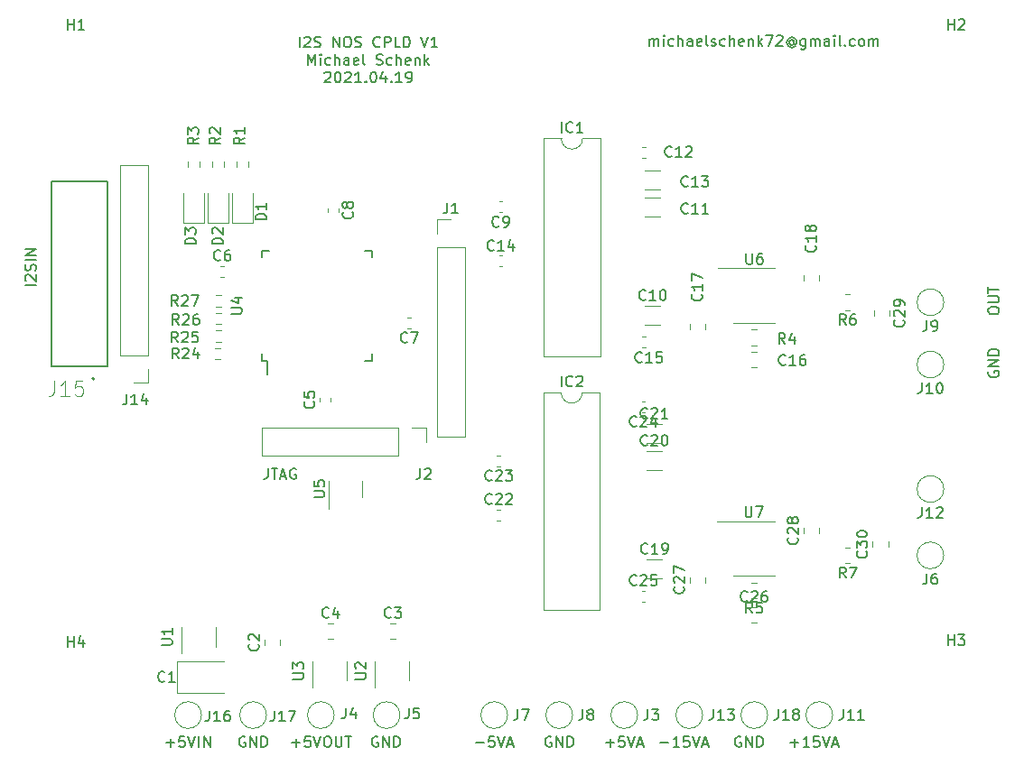
<source format=gbr>
G04 #@! TF.GenerationSoftware,KiCad,Pcbnew,(5.1.9-0-10_14)*
G04 #@! TF.CreationDate,2021-04-19T17:00:47+02:00*
G04 #@! TF.ProjectId,dac-i2s-nos,6461632d-6932-4732-9d6e-6f732e6b6963,rev?*
G04 #@! TF.SameCoordinates,Original*
G04 #@! TF.FileFunction,Legend,Top*
G04 #@! TF.FilePolarity,Positive*
%FSLAX46Y46*%
G04 Gerber Fmt 4.6, Leading zero omitted, Abs format (unit mm)*
G04 Created by KiCad (PCBNEW (5.1.9-0-10_14)) date 2021-04-19 17:00:47*
%MOMM*%
%LPD*%
G01*
G04 APERTURE LIST*
%ADD10C,0.150000*%
%ADD11C,0.120000*%
%ADD12C,0.127000*%
%ADD13C,0.200000*%
%ADD14C,0.015000*%
G04 APERTURE END LIST*
D10*
X131675333Y-99020380D02*
X131675333Y-99734666D01*
X131627714Y-99877523D01*
X131532476Y-99972761D01*
X131389619Y-100020380D01*
X131294380Y-100020380D01*
X132008666Y-99020380D02*
X132580095Y-99020380D01*
X132294380Y-100020380D02*
X132294380Y-99020380D01*
X132865809Y-99734666D02*
X133342000Y-99734666D01*
X132770571Y-100020380D02*
X133103904Y-99020380D01*
X133437238Y-100020380D01*
X134294380Y-99068000D02*
X134199142Y-99020380D01*
X134056285Y-99020380D01*
X133913428Y-99068000D01*
X133818190Y-99163238D01*
X133770571Y-99258476D01*
X133722952Y-99448952D01*
X133722952Y-99591809D01*
X133770571Y-99782285D01*
X133818190Y-99877523D01*
X133913428Y-99972761D01*
X134056285Y-100020380D01*
X134151523Y-100020380D01*
X134294380Y-99972761D01*
X134342000Y-99925142D01*
X134342000Y-99591809D01*
X134151523Y-99591809D01*
X199223380Y-84312000D02*
X199223380Y-84121523D01*
X199271000Y-84026285D01*
X199366238Y-83931047D01*
X199556714Y-83883428D01*
X199890047Y-83883428D01*
X200080523Y-83931047D01*
X200175761Y-84026285D01*
X200223380Y-84121523D01*
X200223380Y-84312000D01*
X200175761Y-84407238D01*
X200080523Y-84502476D01*
X199890047Y-84550095D01*
X199556714Y-84550095D01*
X199366238Y-84502476D01*
X199271000Y-84407238D01*
X199223380Y-84312000D01*
X199223380Y-83454857D02*
X200032904Y-83454857D01*
X200128142Y-83407238D01*
X200175761Y-83359619D01*
X200223380Y-83264380D01*
X200223380Y-83073904D01*
X200175761Y-82978666D01*
X200128142Y-82931047D01*
X200032904Y-82883428D01*
X199223380Y-82883428D01*
X199223380Y-82550095D02*
X199223380Y-81978666D01*
X200223380Y-82264380D02*
X199223380Y-82264380D01*
X199271000Y-89915904D02*
X199223380Y-90011142D01*
X199223380Y-90154000D01*
X199271000Y-90296857D01*
X199366238Y-90392095D01*
X199461476Y-90439714D01*
X199651952Y-90487333D01*
X199794809Y-90487333D01*
X199985285Y-90439714D01*
X200080523Y-90392095D01*
X200175761Y-90296857D01*
X200223380Y-90154000D01*
X200223380Y-90058761D01*
X200175761Y-89915904D01*
X200128142Y-89868285D01*
X199794809Y-89868285D01*
X199794809Y-90058761D01*
X200223380Y-89439714D02*
X199223380Y-89439714D01*
X200223380Y-88868285D01*
X199223380Y-88868285D01*
X200223380Y-88392095D02*
X199223380Y-88392095D01*
X199223380Y-88154000D01*
X199271000Y-88011142D01*
X199366238Y-87915904D01*
X199461476Y-87868285D01*
X199651952Y-87820666D01*
X199794809Y-87820666D01*
X199985285Y-87868285D01*
X200080523Y-87915904D01*
X200175761Y-88011142D01*
X200223380Y-88154000D01*
X200223380Y-88392095D01*
X180689523Y-124785428D02*
X181451428Y-124785428D01*
X181070476Y-125166380D02*
X181070476Y-124404476D01*
X182451428Y-125166380D02*
X181880000Y-125166380D01*
X182165714Y-125166380D02*
X182165714Y-124166380D01*
X182070476Y-124309238D01*
X181975238Y-124404476D01*
X181880000Y-124452095D01*
X183356190Y-124166380D02*
X182880000Y-124166380D01*
X182832380Y-124642571D01*
X182880000Y-124594952D01*
X182975238Y-124547333D01*
X183213333Y-124547333D01*
X183308571Y-124594952D01*
X183356190Y-124642571D01*
X183403809Y-124737809D01*
X183403809Y-124975904D01*
X183356190Y-125071142D01*
X183308571Y-125118761D01*
X183213333Y-125166380D01*
X182975238Y-125166380D01*
X182880000Y-125118761D01*
X182832380Y-125071142D01*
X183689523Y-124166380D02*
X184022857Y-125166380D01*
X184356190Y-124166380D01*
X184641904Y-124880666D02*
X185118095Y-124880666D01*
X184546666Y-125166380D02*
X184880000Y-124166380D01*
X185213333Y-125166380D01*
X168497523Y-124785428D02*
X169259428Y-124785428D01*
X170259428Y-125166380D02*
X169688000Y-125166380D01*
X169973714Y-125166380D02*
X169973714Y-124166380D01*
X169878476Y-124309238D01*
X169783238Y-124404476D01*
X169688000Y-124452095D01*
X171164190Y-124166380D02*
X170688000Y-124166380D01*
X170640380Y-124642571D01*
X170688000Y-124594952D01*
X170783238Y-124547333D01*
X171021333Y-124547333D01*
X171116571Y-124594952D01*
X171164190Y-124642571D01*
X171211809Y-124737809D01*
X171211809Y-124975904D01*
X171164190Y-125071142D01*
X171116571Y-125118761D01*
X171021333Y-125166380D01*
X170783238Y-125166380D01*
X170688000Y-125118761D01*
X170640380Y-125071142D01*
X171497523Y-124166380D02*
X171830857Y-125166380D01*
X172164190Y-124166380D01*
X172449904Y-124880666D02*
X172926095Y-124880666D01*
X172354666Y-125166380D02*
X172688000Y-124166380D01*
X173021333Y-125166380D01*
X176022095Y-124214000D02*
X175926857Y-124166380D01*
X175784000Y-124166380D01*
X175641142Y-124214000D01*
X175545904Y-124309238D01*
X175498285Y-124404476D01*
X175450666Y-124594952D01*
X175450666Y-124737809D01*
X175498285Y-124928285D01*
X175545904Y-125023523D01*
X175641142Y-125118761D01*
X175784000Y-125166380D01*
X175879238Y-125166380D01*
X176022095Y-125118761D01*
X176069714Y-125071142D01*
X176069714Y-124737809D01*
X175879238Y-124737809D01*
X176498285Y-125166380D02*
X176498285Y-124166380D01*
X177069714Y-125166380D01*
X177069714Y-124166380D01*
X177545904Y-125166380D02*
X177545904Y-124166380D01*
X177784000Y-124166380D01*
X177926857Y-124214000D01*
X178022095Y-124309238D01*
X178069714Y-124404476D01*
X178117333Y-124594952D01*
X178117333Y-124737809D01*
X178069714Y-124928285D01*
X178022095Y-125023523D01*
X177926857Y-125118761D01*
X177784000Y-125166380D01*
X177545904Y-125166380D01*
X163385714Y-124785428D02*
X164147619Y-124785428D01*
X163766666Y-125166380D02*
X163766666Y-124404476D01*
X165100000Y-124166380D02*
X164623809Y-124166380D01*
X164576190Y-124642571D01*
X164623809Y-124594952D01*
X164719047Y-124547333D01*
X164957142Y-124547333D01*
X165052380Y-124594952D01*
X165100000Y-124642571D01*
X165147619Y-124737809D01*
X165147619Y-124975904D01*
X165100000Y-125071142D01*
X165052380Y-125118761D01*
X164957142Y-125166380D01*
X164719047Y-125166380D01*
X164623809Y-125118761D01*
X164576190Y-125071142D01*
X165433333Y-124166380D02*
X165766666Y-125166380D01*
X166100000Y-124166380D01*
X166385714Y-124880666D02*
X166861904Y-124880666D01*
X166290476Y-125166380D02*
X166623809Y-124166380D01*
X166957142Y-125166380D01*
X158242095Y-124214000D02*
X158146857Y-124166380D01*
X158004000Y-124166380D01*
X157861142Y-124214000D01*
X157765904Y-124309238D01*
X157718285Y-124404476D01*
X157670666Y-124594952D01*
X157670666Y-124737809D01*
X157718285Y-124928285D01*
X157765904Y-125023523D01*
X157861142Y-125118761D01*
X158004000Y-125166380D01*
X158099238Y-125166380D01*
X158242095Y-125118761D01*
X158289714Y-125071142D01*
X158289714Y-124737809D01*
X158099238Y-124737809D01*
X158718285Y-125166380D02*
X158718285Y-124166380D01*
X159289714Y-125166380D01*
X159289714Y-124166380D01*
X159765904Y-125166380D02*
X159765904Y-124166380D01*
X160004000Y-124166380D01*
X160146857Y-124214000D01*
X160242095Y-124309238D01*
X160289714Y-124404476D01*
X160337333Y-124594952D01*
X160337333Y-124737809D01*
X160289714Y-124928285D01*
X160242095Y-125023523D01*
X160146857Y-125118761D01*
X160004000Y-125166380D01*
X159765904Y-125166380D01*
X151193714Y-124785428D02*
X151955619Y-124785428D01*
X152908000Y-124166380D02*
X152431809Y-124166380D01*
X152384190Y-124642571D01*
X152431809Y-124594952D01*
X152527047Y-124547333D01*
X152765142Y-124547333D01*
X152860380Y-124594952D01*
X152908000Y-124642571D01*
X152955619Y-124737809D01*
X152955619Y-124975904D01*
X152908000Y-125071142D01*
X152860380Y-125118761D01*
X152765142Y-125166380D01*
X152527047Y-125166380D01*
X152431809Y-125118761D01*
X152384190Y-125071142D01*
X153241333Y-124166380D02*
X153574666Y-125166380D01*
X153908000Y-124166380D01*
X154193714Y-124880666D02*
X154669904Y-124880666D01*
X154098476Y-125166380D02*
X154431809Y-124166380D01*
X154765142Y-125166380D01*
X109926380Y-81851285D02*
X108926380Y-81851285D01*
X109021619Y-81422714D02*
X108974000Y-81375095D01*
X108926380Y-81279857D01*
X108926380Y-81041761D01*
X108974000Y-80946523D01*
X109021619Y-80898904D01*
X109116857Y-80851285D01*
X109212095Y-80851285D01*
X109354952Y-80898904D01*
X109926380Y-81470333D01*
X109926380Y-80851285D01*
X109878761Y-80470333D02*
X109926380Y-80327476D01*
X109926380Y-80089380D01*
X109878761Y-79994142D01*
X109831142Y-79946523D01*
X109735904Y-79898904D01*
X109640666Y-79898904D01*
X109545428Y-79946523D01*
X109497809Y-79994142D01*
X109450190Y-80089380D01*
X109402571Y-80279857D01*
X109354952Y-80375095D01*
X109307333Y-80422714D01*
X109212095Y-80470333D01*
X109116857Y-80470333D01*
X109021619Y-80422714D01*
X108974000Y-80375095D01*
X108926380Y-80279857D01*
X108926380Y-80041761D01*
X108974000Y-79898904D01*
X109926380Y-79470333D02*
X108926380Y-79470333D01*
X109926380Y-78994142D02*
X108926380Y-78994142D01*
X109926380Y-78422714D01*
X108926380Y-78422714D01*
X133937714Y-124785428D02*
X134699619Y-124785428D01*
X134318666Y-125166380D02*
X134318666Y-124404476D01*
X135652000Y-124166380D02*
X135175809Y-124166380D01*
X135128190Y-124642571D01*
X135175809Y-124594952D01*
X135271047Y-124547333D01*
X135509142Y-124547333D01*
X135604380Y-124594952D01*
X135652000Y-124642571D01*
X135699619Y-124737809D01*
X135699619Y-124975904D01*
X135652000Y-125071142D01*
X135604380Y-125118761D01*
X135509142Y-125166380D01*
X135271047Y-125166380D01*
X135175809Y-125118761D01*
X135128190Y-125071142D01*
X135985333Y-124166380D02*
X136318666Y-125166380D01*
X136652000Y-124166380D01*
X137175809Y-124166380D02*
X137366285Y-124166380D01*
X137461523Y-124214000D01*
X137556761Y-124309238D01*
X137604380Y-124499714D01*
X137604380Y-124833047D01*
X137556761Y-125023523D01*
X137461523Y-125118761D01*
X137366285Y-125166380D01*
X137175809Y-125166380D01*
X137080571Y-125118761D01*
X136985333Y-125023523D01*
X136937714Y-124833047D01*
X136937714Y-124499714D01*
X136985333Y-124309238D01*
X137080571Y-124214000D01*
X137175809Y-124166380D01*
X138032952Y-124166380D02*
X138032952Y-124975904D01*
X138080571Y-125071142D01*
X138128190Y-125118761D01*
X138223428Y-125166380D01*
X138413904Y-125166380D01*
X138509142Y-125118761D01*
X138556761Y-125071142D01*
X138604380Y-124975904D01*
X138604380Y-124166380D01*
X138937714Y-124166380D02*
X139509142Y-124166380D01*
X139223428Y-125166380D02*
X139223428Y-124166380D01*
X122158380Y-124785428D02*
X122920285Y-124785428D01*
X122539333Y-125166380D02*
X122539333Y-124404476D01*
X123872666Y-124166380D02*
X123396476Y-124166380D01*
X123348857Y-124642571D01*
X123396476Y-124594952D01*
X123491714Y-124547333D01*
X123729809Y-124547333D01*
X123825047Y-124594952D01*
X123872666Y-124642571D01*
X123920285Y-124737809D01*
X123920285Y-124975904D01*
X123872666Y-125071142D01*
X123825047Y-125118761D01*
X123729809Y-125166380D01*
X123491714Y-125166380D01*
X123396476Y-125118761D01*
X123348857Y-125071142D01*
X124206000Y-124166380D02*
X124539333Y-125166380D01*
X124872666Y-124166380D01*
X125206000Y-125166380D02*
X125206000Y-124166380D01*
X125682190Y-125166380D02*
X125682190Y-124166380D01*
X126253619Y-125166380D01*
X126253619Y-124166380D01*
X141986095Y-124214000D02*
X141890857Y-124166380D01*
X141748000Y-124166380D01*
X141605142Y-124214000D01*
X141509904Y-124309238D01*
X141462285Y-124404476D01*
X141414666Y-124594952D01*
X141414666Y-124737809D01*
X141462285Y-124928285D01*
X141509904Y-125023523D01*
X141605142Y-125118761D01*
X141748000Y-125166380D01*
X141843238Y-125166380D01*
X141986095Y-125118761D01*
X142033714Y-125071142D01*
X142033714Y-124737809D01*
X141843238Y-124737809D01*
X142462285Y-125166380D02*
X142462285Y-124166380D01*
X143033714Y-125166380D01*
X143033714Y-124166380D01*
X143509904Y-125166380D02*
X143509904Y-124166380D01*
X143748000Y-124166380D01*
X143890857Y-124214000D01*
X143986095Y-124309238D01*
X144033714Y-124404476D01*
X144081333Y-124594952D01*
X144081333Y-124737809D01*
X144033714Y-124928285D01*
X143986095Y-125023523D01*
X143890857Y-125118761D01*
X143748000Y-125166380D01*
X143509904Y-125166380D01*
X129540095Y-124214000D02*
X129444857Y-124166380D01*
X129302000Y-124166380D01*
X129159142Y-124214000D01*
X129063904Y-124309238D01*
X129016285Y-124404476D01*
X128968666Y-124594952D01*
X128968666Y-124737809D01*
X129016285Y-124928285D01*
X129063904Y-125023523D01*
X129159142Y-125118761D01*
X129302000Y-125166380D01*
X129397238Y-125166380D01*
X129540095Y-125118761D01*
X129587714Y-125071142D01*
X129587714Y-124737809D01*
X129397238Y-124737809D01*
X130016285Y-125166380D02*
X130016285Y-124166380D01*
X130587714Y-125166380D01*
X130587714Y-124166380D01*
X131063904Y-125166380D02*
X131063904Y-124166380D01*
X131302000Y-124166380D01*
X131444857Y-124214000D01*
X131540095Y-124309238D01*
X131587714Y-124404476D01*
X131635333Y-124594952D01*
X131635333Y-124737809D01*
X131587714Y-124928285D01*
X131540095Y-125023523D01*
X131444857Y-125118761D01*
X131302000Y-125166380D01*
X131063904Y-125166380D01*
X167466714Y-59380380D02*
X167466714Y-58713714D01*
X167466714Y-58808952D02*
X167514333Y-58761333D01*
X167609571Y-58713714D01*
X167752428Y-58713714D01*
X167847666Y-58761333D01*
X167895285Y-58856571D01*
X167895285Y-59380380D01*
X167895285Y-58856571D02*
X167942904Y-58761333D01*
X168038142Y-58713714D01*
X168181000Y-58713714D01*
X168276238Y-58761333D01*
X168323857Y-58856571D01*
X168323857Y-59380380D01*
X168800047Y-59380380D02*
X168800047Y-58713714D01*
X168800047Y-58380380D02*
X168752428Y-58428000D01*
X168800047Y-58475619D01*
X168847666Y-58428000D01*
X168800047Y-58380380D01*
X168800047Y-58475619D01*
X169704809Y-59332761D02*
X169609571Y-59380380D01*
X169419095Y-59380380D01*
X169323857Y-59332761D01*
X169276238Y-59285142D01*
X169228619Y-59189904D01*
X169228619Y-58904190D01*
X169276238Y-58808952D01*
X169323857Y-58761333D01*
X169419095Y-58713714D01*
X169609571Y-58713714D01*
X169704809Y-58761333D01*
X170133380Y-59380380D02*
X170133380Y-58380380D01*
X170561952Y-59380380D02*
X170561952Y-58856571D01*
X170514333Y-58761333D01*
X170419095Y-58713714D01*
X170276238Y-58713714D01*
X170181000Y-58761333D01*
X170133380Y-58808952D01*
X171466714Y-59380380D02*
X171466714Y-58856571D01*
X171419095Y-58761333D01*
X171323857Y-58713714D01*
X171133380Y-58713714D01*
X171038142Y-58761333D01*
X171466714Y-59332761D02*
X171371476Y-59380380D01*
X171133380Y-59380380D01*
X171038142Y-59332761D01*
X170990523Y-59237523D01*
X170990523Y-59142285D01*
X171038142Y-59047047D01*
X171133380Y-58999428D01*
X171371476Y-58999428D01*
X171466714Y-58951809D01*
X172323857Y-59332761D02*
X172228619Y-59380380D01*
X172038142Y-59380380D01*
X171942904Y-59332761D01*
X171895285Y-59237523D01*
X171895285Y-58856571D01*
X171942904Y-58761333D01*
X172038142Y-58713714D01*
X172228619Y-58713714D01*
X172323857Y-58761333D01*
X172371476Y-58856571D01*
X172371476Y-58951809D01*
X171895285Y-59047047D01*
X172942904Y-59380380D02*
X172847666Y-59332761D01*
X172800047Y-59237523D01*
X172800047Y-58380380D01*
X173276238Y-59332761D02*
X173371476Y-59380380D01*
X173561952Y-59380380D01*
X173657190Y-59332761D01*
X173704809Y-59237523D01*
X173704809Y-59189904D01*
X173657190Y-59094666D01*
X173561952Y-59047047D01*
X173419095Y-59047047D01*
X173323857Y-58999428D01*
X173276238Y-58904190D01*
X173276238Y-58856571D01*
X173323857Y-58761333D01*
X173419095Y-58713714D01*
X173561952Y-58713714D01*
X173657190Y-58761333D01*
X174561952Y-59332761D02*
X174466714Y-59380380D01*
X174276238Y-59380380D01*
X174181000Y-59332761D01*
X174133380Y-59285142D01*
X174085761Y-59189904D01*
X174085761Y-58904190D01*
X174133380Y-58808952D01*
X174181000Y-58761333D01*
X174276238Y-58713714D01*
X174466714Y-58713714D01*
X174561952Y-58761333D01*
X174990523Y-59380380D02*
X174990523Y-58380380D01*
X175419095Y-59380380D02*
X175419095Y-58856571D01*
X175371476Y-58761333D01*
X175276238Y-58713714D01*
X175133380Y-58713714D01*
X175038142Y-58761333D01*
X174990523Y-58808952D01*
X176276238Y-59332761D02*
X176181000Y-59380380D01*
X175990523Y-59380380D01*
X175895285Y-59332761D01*
X175847666Y-59237523D01*
X175847666Y-58856571D01*
X175895285Y-58761333D01*
X175990523Y-58713714D01*
X176181000Y-58713714D01*
X176276238Y-58761333D01*
X176323857Y-58856571D01*
X176323857Y-58951809D01*
X175847666Y-59047047D01*
X176752428Y-58713714D02*
X176752428Y-59380380D01*
X176752428Y-58808952D02*
X176800047Y-58761333D01*
X176895285Y-58713714D01*
X177038142Y-58713714D01*
X177133380Y-58761333D01*
X177181000Y-58856571D01*
X177181000Y-59380380D01*
X177657190Y-59380380D02*
X177657190Y-58380380D01*
X177752428Y-58999428D02*
X178038142Y-59380380D01*
X178038142Y-58713714D02*
X177657190Y-59094666D01*
X178371476Y-58380380D02*
X179038142Y-58380380D01*
X178609571Y-59380380D01*
X179371476Y-58475619D02*
X179419095Y-58428000D01*
X179514333Y-58380380D01*
X179752428Y-58380380D01*
X179847666Y-58428000D01*
X179895285Y-58475619D01*
X179942904Y-58570857D01*
X179942904Y-58666095D01*
X179895285Y-58808952D01*
X179323857Y-59380380D01*
X179942904Y-59380380D01*
X180990523Y-58904190D02*
X180942904Y-58856571D01*
X180847666Y-58808952D01*
X180752428Y-58808952D01*
X180657190Y-58856571D01*
X180609571Y-58904190D01*
X180561952Y-58999428D01*
X180561952Y-59094666D01*
X180609571Y-59189904D01*
X180657190Y-59237523D01*
X180752428Y-59285142D01*
X180847666Y-59285142D01*
X180942904Y-59237523D01*
X180990523Y-59189904D01*
X180990523Y-58808952D02*
X180990523Y-59189904D01*
X181038142Y-59237523D01*
X181085761Y-59237523D01*
X181181000Y-59189904D01*
X181228619Y-59094666D01*
X181228619Y-58856571D01*
X181133380Y-58713714D01*
X180990523Y-58618476D01*
X180800047Y-58570857D01*
X180609571Y-58618476D01*
X180466714Y-58713714D01*
X180371476Y-58856571D01*
X180323857Y-59047047D01*
X180371476Y-59237523D01*
X180466714Y-59380380D01*
X180609571Y-59475619D01*
X180800047Y-59523238D01*
X180990523Y-59475619D01*
X181133380Y-59380380D01*
X182085761Y-58713714D02*
X182085761Y-59523238D01*
X182038142Y-59618476D01*
X181990523Y-59666095D01*
X181895285Y-59713714D01*
X181752428Y-59713714D01*
X181657190Y-59666095D01*
X182085761Y-59332761D02*
X181990523Y-59380380D01*
X181800047Y-59380380D01*
X181704809Y-59332761D01*
X181657190Y-59285142D01*
X181609571Y-59189904D01*
X181609571Y-58904190D01*
X181657190Y-58808952D01*
X181704809Y-58761333D01*
X181800047Y-58713714D01*
X181990523Y-58713714D01*
X182085761Y-58761333D01*
X182561952Y-59380380D02*
X182561952Y-58713714D01*
X182561952Y-58808952D02*
X182609571Y-58761333D01*
X182704809Y-58713714D01*
X182847666Y-58713714D01*
X182942904Y-58761333D01*
X182990523Y-58856571D01*
X182990523Y-59380380D01*
X182990523Y-58856571D02*
X183038142Y-58761333D01*
X183133380Y-58713714D01*
X183276238Y-58713714D01*
X183371476Y-58761333D01*
X183419095Y-58856571D01*
X183419095Y-59380380D01*
X184323857Y-59380380D02*
X184323857Y-58856571D01*
X184276238Y-58761333D01*
X184181000Y-58713714D01*
X183990523Y-58713714D01*
X183895285Y-58761333D01*
X184323857Y-59332761D02*
X184228619Y-59380380D01*
X183990523Y-59380380D01*
X183895285Y-59332761D01*
X183847666Y-59237523D01*
X183847666Y-59142285D01*
X183895285Y-59047047D01*
X183990523Y-58999428D01*
X184228619Y-58999428D01*
X184323857Y-58951809D01*
X184800047Y-59380380D02*
X184800047Y-58713714D01*
X184800047Y-58380380D02*
X184752428Y-58428000D01*
X184800047Y-58475619D01*
X184847666Y-58428000D01*
X184800047Y-58380380D01*
X184800047Y-58475619D01*
X185419095Y-59380380D02*
X185323857Y-59332761D01*
X185276238Y-59237523D01*
X185276238Y-58380380D01*
X185800047Y-59285142D02*
X185847666Y-59332761D01*
X185800047Y-59380380D01*
X185752428Y-59332761D01*
X185800047Y-59285142D01*
X185800047Y-59380380D01*
X186704809Y-59332761D02*
X186609571Y-59380380D01*
X186419095Y-59380380D01*
X186323857Y-59332761D01*
X186276238Y-59285142D01*
X186228619Y-59189904D01*
X186228619Y-58904190D01*
X186276238Y-58808952D01*
X186323857Y-58761333D01*
X186419095Y-58713714D01*
X186609571Y-58713714D01*
X186704809Y-58761333D01*
X187276238Y-59380380D02*
X187181000Y-59332761D01*
X187133380Y-59285142D01*
X187085761Y-59189904D01*
X187085761Y-58904190D01*
X187133380Y-58808952D01*
X187181000Y-58761333D01*
X187276238Y-58713714D01*
X187419095Y-58713714D01*
X187514333Y-58761333D01*
X187561952Y-58808952D01*
X187609571Y-58904190D01*
X187609571Y-59189904D01*
X187561952Y-59285142D01*
X187514333Y-59332761D01*
X187419095Y-59380380D01*
X187276238Y-59380380D01*
X188038142Y-59380380D02*
X188038142Y-58713714D01*
X188038142Y-58808952D02*
X188085761Y-58761333D01*
X188181000Y-58713714D01*
X188323857Y-58713714D01*
X188419095Y-58761333D01*
X188466714Y-58856571D01*
X188466714Y-59380380D01*
X188466714Y-58856571D02*
X188514333Y-58761333D01*
X188609571Y-58713714D01*
X188752428Y-58713714D01*
X188847666Y-58761333D01*
X188895285Y-58856571D01*
X188895285Y-59380380D01*
X134668428Y-59508380D02*
X134668428Y-58508380D01*
X135097000Y-58603619D02*
X135144619Y-58556000D01*
X135239857Y-58508380D01*
X135477952Y-58508380D01*
X135573190Y-58556000D01*
X135620809Y-58603619D01*
X135668428Y-58698857D01*
X135668428Y-58794095D01*
X135620809Y-58936952D01*
X135049380Y-59508380D01*
X135668428Y-59508380D01*
X136049380Y-59460761D02*
X136192238Y-59508380D01*
X136430333Y-59508380D01*
X136525571Y-59460761D01*
X136573190Y-59413142D01*
X136620809Y-59317904D01*
X136620809Y-59222666D01*
X136573190Y-59127428D01*
X136525571Y-59079809D01*
X136430333Y-59032190D01*
X136239857Y-58984571D01*
X136144619Y-58936952D01*
X136097000Y-58889333D01*
X136049380Y-58794095D01*
X136049380Y-58698857D01*
X136097000Y-58603619D01*
X136144619Y-58556000D01*
X136239857Y-58508380D01*
X136477952Y-58508380D01*
X136620809Y-58556000D01*
X137811285Y-59508380D02*
X137811285Y-58508380D01*
X138382714Y-59508380D01*
X138382714Y-58508380D01*
X139049380Y-58508380D02*
X139239857Y-58508380D01*
X139335095Y-58556000D01*
X139430333Y-58651238D01*
X139477952Y-58841714D01*
X139477952Y-59175047D01*
X139430333Y-59365523D01*
X139335095Y-59460761D01*
X139239857Y-59508380D01*
X139049380Y-59508380D01*
X138954142Y-59460761D01*
X138858904Y-59365523D01*
X138811285Y-59175047D01*
X138811285Y-58841714D01*
X138858904Y-58651238D01*
X138954142Y-58556000D01*
X139049380Y-58508380D01*
X139858904Y-59460761D02*
X140001761Y-59508380D01*
X140239857Y-59508380D01*
X140335095Y-59460761D01*
X140382714Y-59413142D01*
X140430333Y-59317904D01*
X140430333Y-59222666D01*
X140382714Y-59127428D01*
X140335095Y-59079809D01*
X140239857Y-59032190D01*
X140049380Y-58984571D01*
X139954142Y-58936952D01*
X139906523Y-58889333D01*
X139858904Y-58794095D01*
X139858904Y-58698857D01*
X139906523Y-58603619D01*
X139954142Y-58556000D01*
X140049380Y-58508380D01*
X140287476Y-58508380D01*
X140430333Y-58556000D01*
X142192238Y-59413142D02*
X142144619Y-59460761D01*
X142001761Y-59508380D01*
X141906523Y-59508380D01*
X141763666Y-59460761D01*
X141668428Y-59365523D01*
X141620809Y-59270285D01*
X141573190Y-59079809D01*
X141573190Y-58936952D01*
X141620809Y-58746476D01*
X141668428Y-58651238D01*
X141763666Y-58556000D01*
X141906523Y-58508380D01*
X142001761Y-58508380D01*
X142144619Y-58556000D01*
X142192238Y-58603619D01*
X142620809Y-59508380D02*
X142620809Y-58508380D01*
X143001761Y-58508380D01*
X143097000Y-58556000D01*
X143144619Y-58603619D01*
X143192238Y-58698857D01*
X143192238Y-58841714D01*
X143144619Y-58936952D01*
X143097000Y-58984571D01*
X143001761Y-59032190D01*
X142620809Y-59032190D01*
X144097000Y-59508380D02*
X143620809Y-59508380D01*
X143620809Y-58508380D01*
X144430333Y-59508380D02*
X144430333Y-58508380D01*
X144668428Y-58508380D01*
X144811285Y-58556000D01*
X144906523Y-58651238D01*
X144954142Y-58746476D01*
X145001761Y-58936952D01*
X145001761Y-59079809D01*
X144954142Y-59270285D01*
X144906523Y-59365523D01*
X144811285Y-59460761D01*
X144668428Y-59508380D01*
X144430333Y-59508380D01*
X146049380Y-58508380D02*
X146382714Y-59508380D01*
X146716047Y-58508380D01*
X147573190Y-59508380D02*
X147001761Y-59508380D01*
X147287476Y-59508380D02*
X147287476Y-58508380D01*
X147192238Y-58651238D01*
X147097000Y-58746476D01*
X147001761Y-58794095D01*
X135477952Y-61158380D02*
X135477952Y-60158380D01*
X135811285Y-60872666D01*
X136144619Y-60158380D01*
X136144619Y-61158380D01*
X136620809Y-61158380D02*
X136620809Y-60491714D01*
X136620809Y-60158380D02*
X136573190Y-60206000D01*
X136620809Y-60253619D01*
X136668428Y-60206000D01*
X136620809Y-60158380D01*
X136620809Y-60253619D01*
X137525571Y-61110761D02*
X137430333Y-61158380D01*
X137239857Y-61158380D01*
X137144619Y-61110761D01*
X137097000Y-61063142D01*
X137049380Y-60967904D01*
X137049380Y-60682190D01*
X137097000Y-60586952D01*
X137144619Y-60539333D01*
X137239857Y-60491714D01*
X137430333Y-60491714D01*
X137525571Y-60539333D01*
X137954142Y-61158380D02*
X137954142Y-60158380D01*
X138382714Y-61158380D02*
X138382714Y-60634571D01*
X138335095Y-60539333D01*
X138239857Y-60491714D01*
X138097000Y-60491714D01*
X138001761Y-60539333D01*
X137954142Y-60586952D01*
X139287476Y-61158380D02*
X139287476Y-60634571D01*
X139239857Y-60539333D01*
X139144619Y-60491714D01*
X138954142Y-60491714D01*
X138858904Y-60539333D01*
X139287476Y-61110761D02*
X139192238Y-61158380D01*
X138954142Y-61158380D01*
X138858904Y-61110761D01*
X138811285Y-61015523D01*
X138811285Y-60920285D01*
X138858904Y-60825047D01*
X138954142Y-60777428D01*
X139192238Y-60777428D01*
X139287476Y-60729809D01*
X140144619Y-61110761D02*
X140049380Y-61158380D01*
X139858904Y-61158380D01*
X139763666Y-61110761D01*
X139716047Y-61015523D01*
X139716047Y-60634571D01*
X139763666Y-60539333D01*
X139858904Y-60491714D01*
X140049380Y-60491714D01*
X140144619Y-60539333D01*
X140192238Y-60634571D01*
X140192238Y-60729809D01*
X139716047Y-60825047D01*
X140763666Y-61158380D02*
X140668428Y-61110761D01*
X140620809Y-61015523D01*
X140620809Y-60158380D01*
X141858904Y-61110761D02*
X142001761Y-61158380D01*
X142239857Y-61158380D01*
X142335095Y-61110761D01*
X142382714Y-61063142D01*
X142430333Y-60967904D01*
X142430333Y-60872666D01*
X142382714Y-60777428D01*
X142335095Y-60729809D01*
X142239857Y-60682190D01*
X142049380Y-60634571D01*
X141954142Y-60586952D01*
X141906523Y-60539333D01*
X141858904Y-60444095D01*
X141858904Y-60348857D01*
X141906523Y-60253619D01*
X141954142Y-60206000D01*
X142049380Y-60158380D01*
X142287476Y-60158380D01*
X142430333Y-60206000D01*
X143287476Y-61110761D02*
X143192238Y-61158380D01*
X143001761Y-61158380D01*
X142906523Y-61110761D01*
X142858904Y-61063142D01*
X142811285Y-60967904D01*
X142811285Y-60682190D01*
X142858904Y-60586952D01*
X142906523Y-60539333D01*
X143001761Y-60491714D01*
X143192238Y-60491714D01*
X143287476Y-60539333D01*
X143716047Y-61158380D02*
X143716047Y-60158380D01*
X144144619Y-61158380D02*
X144144619Y-60634571D01*
X144097000Y-60539333D01*
X144001761Y-60491714D01*
X143858904Y-60491714D01*
X143763666Y-60539333D01*
X143716047Y-60586952D01*
X145001761Y-61110761D02*
X144906523Y-61158380D01*
X144716047Y-61158380D01*
X144620809Y-61110761D01*
X144573190Y-61015523D01*
X144573190Y-60634571D01*
X144620809Y-60539333D01*
X144716047Y-60491714D01*
X144906523Y-60491714D01*
X145001761Y-60539333D01*
X145049380Y-60634571D01*
X145049380Y-60729809D01*
X144573190Y-60825047D01*
X145477952Y-60491714D02*
X145477952Y-61158380D01*
X145477952Y-60586952D02*
X145525571Y-60539333D01*
X145620809Y-60491714D01*
X145763666Y-60491714D01*
X145858904Y-60539333D01*
X145906523Y-60634571D01*
X145906523Y-61158380D01*
X146382714Y-61158380D02*
X146382714Y-60158380D01*
X146477952Y-60777428D02*
X146763666Y-61158380D01*
X146763666Y-60491714D02*
X146382714Y-60872666D01*
X137001761Y-61903619D02*
X137049380Y-61856000D01*
X137144619Y-61808380D01*
X137382714Y-61808380D01*
X137477952Y-61856000D01*
X137525571Y-61903619D01*
X137573190Y-61998857D01*
X137573190Y-62094095D01*
X137525571Y-62236952D01*
X136954142Y-62808380D01*
X137573190Y-62808380D01*
X138192238Y-61808380D02*
X138287476Y-61808380D01*
X138382714Y-61856000D01*
X138430333Y-61903619D01*
X138477952Y-61998857D01*
X138525571Y-62189333D01*
X138525571Y-62427428D01*
X138477952Y-62617904D01*
X138430333Y-62713142D01*
X138382714Y-62760761D01*
X138287476Y-62808380D01*
X138192238Y-62808380D01*
X138097000Y-62760761D01*
X138049380Y-62713142D01*
X138001761Y-62617904D01*
X137954142Y-62427428D01*
X137954142Y-62189333D01*
X138001761Y-61998857D01*
X138049380Y-61903619D01*
X138097000Y-61856000D01*
X138192238Y-61808380D01*
X138906523Y-61903619D02*
X138954142Y-61856000D01*
X139049380Y-61808380D01*
X139287476Y-61808380D01*
X139382714Y-61856000D01*
X139430333Y-61903619D01*
X139477952Y-61998857D01*
X139477952Y-62094095D01*
X139430333Y-62236952D01*
X138858904Y-62808380D01*
X139477952Y-62808380D01*
X140430333Y-62808380D02*
X139858904Y-62808380D01*
X140144619Y-62808380D02*
X140144619Y-61808380D01*
X140049380Y-61951238D01*
X139954142Y-62046476D01*
X139858904Y-62094095D01*
X140858904Y-62713142D02*
X140906523Y-62760761D01*
X140858904Y-62808380D01*
X140811285Y-62760761D01*
X140858904Y-62713142D01*
X140858904Y-62808380D01*
X141525571Y-61808380D02*
X141620809Y-61808380D01*
X141716047Y-61856000D01*
X141763666Y-61903619D01*
X141811285Y-61998857D01*
X141858904Y-62189333D01*
X141858904Y-62427428D01*
X141811285Y-62617904D01*
X141763666Y-62713142D01*
X141716047Y-62760761D01*
X141620809Y-62808380D01*
X141525571Y-62808380D01*
X141430333Y-62760761D01*
X141382714Y-62713142D01*
X141335095Y-62617904D01*
X141287476Y-62427428D01*
X141287476Y-62189333D01*
X141335095Y-61998857D01*
X141382714Y-61903619D01*
X141430333Y-61856000D01*
X141525571Y-61808380D01*
X142716047Y-62141714D02*
X142716047Y-62808380D01*
X142477952Y-61760761D02*
X142239857Y-62475047D01*
X142858904Y-62475047D01*
X143239857Y-62713142D02*
X143287476Y-62760761D01*
X143239857Y-62808380D01*
X143192238Y-62760761D01*
X143239857Y-62713142D01*
X143239857Y-62808380D01*
X144239857Y-62808380D02*
X143668428Y-62808380D01*
X143954142Y-62808380D02*
X143954142Y-61808380D01*
X143858904Y-61951238D01*
X143763666Y-62046476D01*
X143668428Y-62094095D01*
X144716047Y-62808380D02*
X144906523Y-62808380D01*
X145001761Y-62760761D01*
X145049380Y-62713142D01*
X145144619Y-62570285D01*
X145192238Y-62379809D01*
X145192238Y-61998857D01*
X145144619Y-61903619D01*
X145097000Y-61856000D01*
X145001761Y-61808380D01*
X144811285Y-61808380D01*
X144716047Y-61856000D01*
X144668428Y-61903619D01*
X144620809Y-61998857D01*
X144620809Y-62236952D01*
X144668428Y-62332190D01*
X144716047Y-62379809D01*
X144811285Y-62427428D01*
X145001761Y-62427428D01*
X145097000Y-62379809D01*
X145144619Y-62332190D01*
X145192238Y-62236952D01*
D11*
X186266064Y-107923000D02*
X185811936Y-107923000D01*
X186266064Y-106453000D02*
X185811936Y-106453000D01*
X186266064Y-84174000D02*
X185811936Y-84174000D01*
X186266064Y-82704000D02*
X185811936Y-82704000D01*
X188368000Y-106411752D02*
X188368000Y-105889248D01*
X189838000Y-106411752D02*
X189838000Y-105889248D01*
X189965000Y-84215248D02*
X189965000Y-84737752D01*
X188495000Y-84215248D02*
X188495000Y-84737752D01*
X147514000Y-75632000D02*
X148844000Y-75632000D01*
X147514000Y-76962000D02*
X147514000Y-75632000D01*
X147514000Y-78232000D02*
X150174000Y-78232000D01*
X150174000Y-78232000D02*
X150174000Y-96072000D01*
X147514000Y-78232000D02*
X147514000Y-96072000D01*
X147514000Y-96072000D02*
X150174000Y-96072000D01*
X177227000Y-109113000D02*
X179177000Y-109113000D01*
X177227000Y-109113000D02*
X175277000Y-109113000D01*
X177227000Y-103993000D02*
X179177000Y-103993000D01*
X177227000Y-103993000D02*
X173777000Y-103993000D01*
X177503064Y-111225000D02*
X177048936Y-111225000D01*
X177503064Y-109755000D02*
X177048936Y-109755000D01*
X195053000Y-100965000D02*
G75*
G03*
X195053000Y-100965000I-1251000J0D01*
G01*
X195053000Y-107188000D02*
G75*
G03*
X195053000Y-107188000I-1251000J0D01*
G01*
X159168000Y-91888000D02*
X157518000Y-91888000D01*
X157518000Y-91888000D02*
X157518000Y-112328000D01*
X157518000Y-112328000D02*
X162818000Y-112328000D01*
X162818000Y-112328000D02*
X162818000Y-91888000D01*
X162818000Y-91888000D02*
X161168000Y-91888000D01*
X161168000Y-91888000D02*
G75*
G02*
X159168000Y-91888000I-1000000J0D01*
G01*
X181891000Y-105141752D02*
X181891000Y-104619248D01*
X183361000Y-105141752D02*
X183361000Y-104619248D01*
X171223000Y-109756752D02*
X171223000Y-109234248D01*
X172693000Y-109756752D02*
X172693000Y-109234248D01*
X177009248Y-112041000D02*
X177531752Y-112041000D01*
X177009248Y-113511000D02*
X177531752Y-113511000D01*
X166731733Y-110488000D02*
X167024267Y-110488000D01*
X166731733Y-111508000D02*
X167024267Y-111508000D01*
X167024267Y-93728000D02*
X166731733Y-93728000D01*
X167024267Y-92708000D02*
X166731733Y-92708000D01*
X153461767Y-98808000D02*
X153169233Y-98808000D01*
X153461767Y-97788000D02*
X153169233Y-97788000D01*
X153169233Y-102868000D02*
X153461767Y-102868000D01*
X153169233Y-103888000D02*
X153461767Y-103888000D01*
X167182748Y-94848000D02*
X168605252Y-94848000D01*
X167182748Y-96668000D02*
X168605252Y-96668000D01*
X167182748Y-97388000D02*
X168605252Y-97388000D01*
X167182748Y-99208000D02*
X168605252Y-99208000D01*
X167221248Y-107548000D02*
X168643752Y-107548000D01*
X167221248Y-109368000D02*
X168643752Y-109368000D01*
X177290500Y-85364000D02*
X179240500Y-85364000D01*
X177290500Y-85364000D02*
X175340500Y-85364000D01*
X177290500Y-80244000D02*
X179240500Y-80244000D01*
X177290500Y-80244000D02*
X173840500Y-80244000D01*
X177503064Y-87476000D02*
X177048936Y-87476000D01*
X177503064Y-86006000D02*
X177048936Y-86006000D01*
X178543000Y-122174000D02*
G75*
G03*
X178543000Y-122174000I-1251000J0D01*
G01*
X172447000Y-122174000D02*
G75*
G03*
X172447000Y-122174000I-1251000J0D01*
G01*
X184639000Y-122174000D02*
G75*
G03*
X184639000Y-122174000I-1251000J0D01*
G01*
X195053000Y-89281000D02*
G75*
G03*
X195053000Y-89281000I-1251000J0D01*
G01*
X195053000Y-83439000D02*
G75*
G03*
X195053000Y-83439000I-1251000J0D01*
G01*
X181891000Y-81392752D02*
X181891000Y-80870248D01*
X183361000Y-81392752D02*
X183361000Y-80870248D01*
X171223000Y-86007752D02*
X171223000Y-85485248D01*
X172693000Y-86007752D02*
X172693000Y-85485248D01*
X177009248Y-88101500D02*
X177531752Y-88101500D01*
X177009248Y-89571500D02*
X177531752Y-89571500D01*
X160255000Y-122174000D02*
G75*
G03*
X160255000Y-122174000I-1251000J0D01*
G01*
X154159000Y-122174000D02*
G75*
G03*
X154159000Y-122174000I-1251000J0D01*
G01*
X166351000Y-122174000D02*
G75*
G03*
X166351000Y-122174000I-1251000J0D01*
G01*
X166768733Y-87695500D02*
X167061267Y-87695500D01*
X166768733Y-86675500D02*
X167061267Y-86675500D01*
X153359733Y-80075500D02*
X153652267Y-80075500D01*
X153359733Y-79055500D02*
X153652267Y-79055500D01*
X167061267Y-68895500D02*
X166768733Y-68895500D01*
X167061267Y-69915500D02*
X166768733Y-69915500D01*
X167030748Y-72855500D02*
X168453252Y-72855500D01*
X167030748Y-71035500D02*
X168453252Y-71035500D01*
X167030748Y-75395500D02*
X168453252Y-75395500D01*
X167030748Y-73575500D02*
X168453252Y-73575500D01*
X167030748Y-85555500D02*
X168453252Y-85555500D01*
X167030748Y-83735500D02*
X168453252Y-83735500D01*
X153652267Y-73975500D02*
X153359733Y-73975500D01*
X153652267Y-74995500D02*
X153359733Y-74995500D01*
X137301248Y-113565000D02*
X137823752Y-113565000D01*
X137301248Y-115035000D02*
X137823752Y-115035000D01*
X143143248Y-113565000D02*
X143665752Y-113565000D01*
X143143248Y-115035000D02*
X143665752Y-115035000D01*
X131345000Y-115598752D02*
X131345000Y-115076248D01*
X132815000Y-115598752D02*
X132815000Y-115076248D01*
X162842501Y-68063001D02*
X161192501Y-68063001D01*
X162842501Y-88503001D02*
X162842501Y-68063001D01*
X157542501Y-88503001D02*
X162842501Y-88503001D01*
X157542501Y-68063001D02*
X157542501Y-88503001D01*
X159192501Y-68063001D02*
X157542501Y-68063001D01*
X161192501Y-68063001D02*
G75*
G02*
X159192501Y-68063001I-1000000J0D01*
G01*
X125236500Y-70206776D02*
X125236500Y-70716224D01*
X124191500Y-70206776D02*
X124191500Y-70716224D01*
X127522500Y-70206776D02*
X127522500Y-70716224D01*
X126477500Y-70206776D02*
X126477500Y-70716224D01*
X129808500Y-70206776D02*
X129808500Y-70716224D01*
X128763500Y-70206776D02*
X128763500Y-70716224D01*
X123754000Y-73159000D02*
X123754000Y-76019000D01*
X123754000Y-76019000D02*
X125674000Y-76019000D01*
X125674000Y-76019000D02*
X125674000Y-73159000D01*
X126040000Y-73159000D02*
X126040000Y-76019000D01*
X126040000Y-76019000D02*
X127960000Y-76019000D01*
X127960000Y-76019000D02*
X127960000Y-73159000D01*
X128326000Y-73159000D02*
X128326000Y-76019000D01*
X128326000Y-76019000D02*
X130246000Y-76019000D01*
X130246000Y-76019000D02*
X130246000Y-73159000D01*
X137285000Y-74656733D02*
X137285000Y-74949267D01*
X138305000Y-74656733D02*
X138305000Y-74949267D01*
X145053267Y-84834000D02*
X144760733Y-84834000D01*
X145053267Y-85854000D02*
X144760733Y-85854000D01*
X127261233Y-81028000D02*
X127553767Y-81028000D01*
X127261233Y-80008000D02*
X127553767Y-80008000D01*
X140498000Y-100959500D02*
X140498000Y-100209500D01*
X140498000Y-100959500D02*
X140498000Y-101709500D01*
X137378000Y-100959500D02*
X137378000Y-100209500D01*
X137378000Y-100959500D02*
X137378000Y-102809500D01*
D10*
X131081000Y-88919000D02*
X131656000Y-88919000D01*
X131081000Y-78569000D02*
X131756000Y-78569000D01*
X141431000Y-78569000D02*
X140756000Y-78569000D01*
X141431000Y-88919000D02*
X140756000Y-88919000D01*
X131081000Y-88919000D02*
X131081000Y-88244000D01*
X141431000Y-88919000D02*
X141431000Y-88244000D01*
X141431000Y-78569000D02*
X141431000Y-79244000D01*
X131081000Y-78569000D02*
X131081000Y-79244000D01*
X131656000Y-88919000D02*
X131656000Y-90194000D01*
D11*
X139090000Y-118926000D02*
X139090000Y-117126000D01*
X135870000Y-117126000D02*
X135870000Y-119576000D01*
X144927000Y-118926000D02*
X144927000Y-117126000D01*
X141707000Y-117126000D02*
X141707000Y-119576000D01*
X126766000Y-115751000D02*
X126766000Y-113951000D01*
X123546000Y-113951000D02*
X123546000Y-116401000D01*
X131131000Y-95190000D02*
X131131000Y-97850000D01*
X143891000Y-95190000D02*
X131131000Y-95190000D01*
X143891000Y-97850000D02*
X131131000Y-97850000D01*
X143891000Y-95190000D02*
X143891000Y-97850000D01*
X145161000Y-95190000D02*
X146491000Y-95190000D01*
X146491000Y-95190000D02*
X146491000Y-96520000D01*
X136523000Y-92729267D02*
X136523000Y-92436733D01*
X137543000Y-92729267D02*
X137543000Y-92436733D01*
X127581000Y-117108000D02*
X123196000Y-117108000D01*
X123196000Y-117108000D02*
X123196000Y-120128000D01*
X123196000Y-120128000D02*
X127581000Y-120128000D01*
X126768776Y-82789500D02*
X127278224Y-82789500D01*
X126768776Y-83834500D02*
X127278224Y-83834500D01*
X126768776Y-84440500D02*
X127278224Y-84440500D01*
X126768776Y-85485500D02*
X127278224Y-85485500D01*
X126768776Y-86091500D02*
X127278224Y-86091500D01*
X126768776Y-87136500D02*
X127278224Y-87136500D01*
X126721776Y-87742500D02*
X127231224Y-87742500D01*
X126721776Y-88787500D02*
X127231224Y-88787500D01*
D12*
X116624000Y-89475000D02*
X111424000Y-89475000D01*
X116624000Y-72075000D02*
X116624000Y-89475000D01*
X111424000Y-72075000D02*
X116624000Y-72075000D01*
X111424000Y-89475000D02*
X111424000Y-72075000D01*
D13*
X115394000Y-90620000D02*
G75*
G03*
X115394000Y-90620000I-100000J0D01*
G01*
D11*
X120456000Y-70552000D02*
X117796000Y-70552000D01*
X120456000Y-88392000D02*
X120456000Y-70552000D01*
X117796000Y-88392000D02*
X117796000Y-70552000D01*
X120456000Y-88392000D02*
X117796000Y-88392000D01*
X120456000Y-89662000D02*
X120456000Y-90992000D01*
X120456000Y-90992000D02*
X119126000Y-90992000D01*
X131553000Y-122174000D02*
G75*
G03*
X131553000Y-122174000I-1251000J0D01*
G01*
X125457000Y-122174000D02*
G75*
G03*
X125457000Y-122174000I-1251000J0D01*
G01*
X144062500Y-122174000D02*
G75*
G03*
X144062500Y-122174000I-1251000J0D01*
G01*
X137903000Y-122174000D02*
G75*
G03*
X137903000Y-122174000I-1251000J0D01*
G01*
D10*
X185872333Y-109290380D02*
X185539000Y-108814190D01*
X185300904Y-109290380D02*
X185300904Y-108290380D01*
X185681857Y-108290380D01*
X185777095Y-108338000D01*
X185824714Y-108385619D01*
X185872333Y-108480857D01*
X185872333Y-108623714D01*
X185824714Y-108718952D01*
X185777095Y-108766571D01*
X185681857Y-108814190D01*
X185300904Y-108814190D01*
X186205666Y-108290380D02*
X186872333Y-108290380D01*
X186443761Y-109290380D01*
X185872333Y-85541380D02*
X185539000Y-85065190D01*
X185300904Y-85541380D02*
X185300904Y-84541380D01*
X185681857Y-84541380D01*
X185777095Y-84589000D01*
X185824714Y-84636619D01*
X185872333Y-84731857D01*
X185872333Y-84874714D01*
X185824714Y-84969952D01*
X185777095Y-85017571D01*
X185681857Y-85065190D01*
X185300904Y-85065190D01*
X186729476Y-84541380D02*
X186539000Y-84541380D01*
X186443761Y-84589000D01*
X186396142Y-84636619D01*
X186300904Y-84779476D01*
X186253285Y-84969952D01*
X186253285Y-85350904D01*
X186300904Y-85446142D01*
X186348523Y-85493761D01*
X186443761Y-85541380D01*
X186634238Y-85541380D01*
X186729476Y-85493761D01*
X186777095Y-85446142D01*
X186824714Y-85350904D01*
X186824714Y-85112809D01*
X186777095Y-85017571D01*
X186729476Y-84969952D01*
X186634238Y-84922333D01*
X186443761Y-84922333D01*
X186348523Y-84969952D01*
X186300904Y-85017571D01*
X186253285Y-85112809D01*
X187780142Y-106793357D02*
X187827761Y-106840976D01*
X187875380Y-106983833D01*
X187875380Y-107079071D01*
X187827761Y-107221928D01*
X187732523Y-107317166D01*
X187637285Y-107364785D01*
X187446809Y-107412404D01*
X187303952Y-107412404D01*
X187113476Y-107364785D01*
X187018238Y-107317166D01*
X186923000Y-107221928D01*
X186875380Y-107079071D01*
X186875380Y-106983833D01*
X186923000Y-106840976D01*
X186970619Y-106793357D01*
X186875380Y-106460023D02*
X186875380Y-105840976D01*
X187256333Y-106174309D01*
X187256333Y-106031452D01*
X187303952Y-105936214D01*
X187351571Y-105888595D01*
X187446809Y-105840976D01*
X187684904Y-105840976D01*
X187780142Y-105888595D01*
X187827761Y-105936214D01*
X187875380Y-106031452D01*
X187875380Y-106317166D01*
X187827761Y-106412404D01*
X187780142Y-106460023D01*
X186875380Y-105221928D02*
X186875380Y-105126690D01*
X186923000Y-105031452D01*
X186970619Y-104983833D01*
X187065857Y-104936214D01*
X187256333Y-104888595D01*
X187494428Y-104888595D01*
X187684904Y-104936214D01*
X187780142Y-104983833D01*
X187827761Y-105031452D01*
X187875380Y-105126690D01*
X187875380Y-105221928D01*
X187827761Y-105317166D01*
X187780142Y-105364785D01*
X187684904Y-105412404D01*
X187494428Y-105460023D01*
X187256333Y-105460023D01*
X187065857Y-105412404D01*
X186970619Y-105364785D01*
X186923000Y-105317166D01*
X186875380Y-105221928D01*
X191267142Y-85119357D02*
X191314761Y-85166976D01*
X191362380Y-85309833D01*
X191362380Y-85405071D01*
X191314761Y-85547928D01*
X191219523Y-85643166D01*
X191124285Y-85690785D01*
X190933809Y-85738404D01*
X190790952Y-85738404D01*
X190600476Y-85690785D01*
X190505238Y-85643166D01*
X190410000Y-85547928D01*
X190362380Y-85405071D01*
X190362380Y-85309833D01*
X190410000Y-85166976D01*
X190457619Y-85119357D01*
X190457619Y-84738404D02*
X190410000Y-84690785D01*
X190362380Y-84595547D01*
X190362380Y-84357452D01*
X190410000Y-84262214D01*
X190457619Y-84214595D01*
X190552857Y-84166976D01*
X190648095Y-84166976D01*
X190790952Y-84214595D01*
X191362380Y-84786023D01*
X191362380Y-84166976D01*
X191362380Y-83690785D02*
X191362380Y-83500309D01*
X191314761Y-83405071D01*
X191267142Y-83357452D01*
X191124285Y-83262214D01*
X190933809Y-83214595D01*
X190552857Y-83214595D01*
X190457619Y-83262214D01*
X190410000Y-83309833D01*
X190362380Y-83405071D01*
X190362380Y-83595547D01*
X190410000Y-83690785D01*
X190457619Y-83738404D01*
X190552857Y-83786023D01*
X190790952Y-83786023D01*
X190886190Y-83738404D01*
X190933809Y-83690785D01*
X190981428Y-83595547D01*
X190981428Y-83405071D01*
X190933809Y-83309833D01*
X190886190Y-83262214D01*
X190790952Y-83214595D01*
X148510666Y-74084380D02*
X148510666Y-74798666D01*
X148463047Y-74941523D01*
X148367809Y-75036761D01*
X148224952Y-75084380D01*
X148129714Y-75084380D01*
X149510666Y-75084380D02*
X148939238Y-75084380D01*
X149224952Y-75084380D02*
X149224952Y-74084380D01*
X149129714Y-74227238D01*
X149034476Y-74322476D01*
X148939238Y-74370095D01*
X176465095Y-102605380D02*
X176465095Y-103414904D01*
X176512714Y-103510142D01*
X176560333Y-103557761D01*
X176655571Y-103605380D01*
X176846047Y-103605380D01*
X176941285Y-103557761D01*
X176988904Y-103510142D01*
X177036523Y-103414904D01*
X177036523Y-102605380D01*
X177417476Y-102605380D02*
X178084142Y-102605380D01*
X177655571Y-103605380D01*
X177109333Y-112592380D02*
X176776000Y-112116190D01*
X176537904Y-112592380D02*
X176537904Y-111592380D01*
X176918857Y-111592380D01*
X177014095Y-111640000D01*
X177061714Y-111687619D01*
X177109333Y-111782857D01*
X177109333Y-111925714D01*
X177061714Y-112020952D01*
X177014095Y-112068571D01*
X176918857Y-112116190D01*
X176537904Y-112116190D01*
X178014095Y-111592380D02*
X177537904Y-111592380D01*
X177490285Y-112068571D01*
X177537904Y-112020952D01*
X177633142Y-111973333D01*
X177871238Y-111973333D01*
X177966476Y-112020952D01*
X178014095Y-112068571D01*
X178061714Y-112163809D01*
X178061714Y-112401904D01*
X178014095Y-112497142D01*
X177966476Y-112544761D01*
X177871238Y-112592380D01*
X177633142Y-112592380D01*
X177537904Y-112544761D01*
X177490285Y-112497142D01*
X192992476Y-102667380D02*
X192992476Y-103381666D01*
X192944857Y-103524523D01*
X192849619Y-103619761D01*
X192706761Y-103667380D01*
X192611523Y-103667380D01*
X193992476Y-103667380D02*
X193421047Y-103667380D01*
X193706761Y-103667380D02*
X193706761Y-102667380D01*
X193611523Y-102810238D01*
X193516285Y-102905476D01*
X193421047Y-102953095D01*
X194373428Y-102762619D02*
X194421047Y-102715000D01*
X194516285Y-102667380D01*
X194754380Y-102667380D01*
X194849619Y-102715000D01*
X194897238Y-102762619D01*
X194944857Y-102857857D01*
X194944857Y-102953095D01*
X194897238Y-103095952D01*
X194325809Y-103667380D01*
X194944857Y-103667380D01*
X193468666Y-108890380D02*
X193468666Y-109604666D01*
X193421047Y-109747523D01*
X193325809Y-109842761D01*
X193182952Y-109890380D01*
X193087714Y-109890380D01*
X194373428Y-108890380D02*
X194182952Y-108890380D01*
X194087714Y-108938000D01*
X194040095Y-108985619D01*
X193944857Y-109128476D01*
X193897238Y-109318952D01*
X193897238Y-109699904D01*
X193944857Y-109795142D01*
X193992476Y-109842761D01*
X194087714Y-109890380D01*
X194278190Y-109890380D01*
X194373428Y-109842761D01*
X194421047Y-109795142D01*
X194468666Y-109699904D01*
X194468666Y-109461809D01*
X194421047Y-109366571D01*
X194373428Y-109318952D01*
X194278190Y-109271333D01*
X194087714Y-109271333D01*
X193992476Y-109318952D01*
X193944857Y-109366571D01*
X193897238Y-109461809D01*
X159191809Y-91340380D02*
X159191809Y-90340380D01*
X160239428Y-91245142D02*
X160191809Y-91292761D01*
X160048952Y-91340380D01*
X159953714Y-91340380D01*
X159810857Y-91292761D01*
X159715619Y-91197523D01*
X159668000Y-91102285D01*
X159620380Y-90911809D01*
X159620380Y-90768952D01*
X159668000Y-90578476D01*
X159715619Y-90483238D01*
X159810857Y-90388000D01*
X159953714Y-90340380D01*
X160048952Y-90340380D01*
X160191809Y-90388000D01*
X160239428Y-90435619D01*
X160620380Y-90435619D02*
X160668000Y-90388000D01*
X160763238Y-90340380D01*
X161001333Y-90340380D01*
X161096571Y-90388000D01*
X161144190Y-90435619D01*
X161191809Y-90530857D01*
X161191809Y-90626095D01*
X161144190Y-90768952D01*
X160572761Y-91340380D01*
X161191809Y-91340380D01*
X181303142Y-105523357D02*
X181350761Y-105570976D01*
X181398380Y-105713833D01*
X181398380Y-105809071D01*
X181350761Y-105951928D01*
X181255523Y-106047166D01*
X181160285Y-106094785D01*
X180969809Y-106142404D01*
X180826952Y-106142404D01*
X180636476Y-106094785D01*
X180541238Y-106047166D01*
X180446000Y-105951928D01*
X180398380Y-105809071D01*
X180398380Y-105713833D01*
X180446000Y-105570976D01*
X180493619Y-105523357D01*
X180493619Y-105142404D02*
X180446000Y-105094785D01*
X180398380Y-104999547D01*
X180398380Y-104761452D01*
X180446000Y-104666214D01*
X180493619Y-104618595D01*
X180588857Y-104570976D01*
X180684095Y-104570976D01*
X180826952Y-104618595D01*
X181398380Y-105190023D01*
X181398380Y-104570976D01*
X180826952Y-103999547D02*
X180779333Y-104094785D01*
X180731714Y-104142404D01*
X180636476Y-104190023D01*
X180588857Y-104190023D01*
X180493619Y-104142404D01*
X180446000Y-104094785D01*
X180398380Y-103999547D01*
X180398380Y-103809071D01*
X180446000Y-103713833D01*
X180493619Y-103666214D01*
X180588857Y-103618595D01*
X180636476Y-103618595D01*
X180731714Y-103666214D01*
X180779333Y-103713833D01*
X180826952Y-103809071D01*
X180826952Y-103999547D01*
X180874571Y-104094785D01*
X180922190Y-104142404D01*
X181017428Y-104190023D01*
X181207904Y-104190023D01*
X181303142Y-104142404D01*
X181350761Y-104094785D01*
X181398380Y-103999547D01*
X181398380Y-103809071D01*
X181350761Y-103713833D01*
X181303142Y-103666214D01*
X181207904Y-103618595D01*
X181017428Y-103618595D01*
X180922190Y-103666214D01*
X180874571Y-103713833D01*
X180826952Y-103809071D01*
X170635142Y-110138357D02*
X170682761Y-110185976D01*
X170730380Y-110328833D01*
X170730380Y-110424071D01*
X170682761Y-110566928D01*
X170587523Y-110662166D01*
X170492285Y-110709785D01*
X170301809Y-110757404D01*
X170158952Y-110757404D01*
X169968476Y-110709785D01*
X169873238Y-110662166D01*
X169778000Y-110566928D01*
X169730380Y-110424071D01*
X169730380Y-110328833D01*
X169778000Y-110185976D01*
X169825619Y-110138357D01*
X169825619Y-109757404D02*
X169778000Y-109709785D01*
X169730380Y-109614547D01*
X169730380Y-109376452D01*
X169778000Y-109281214D01*
X169825619Y-109233595D01*
X169920857Y-109185976D01*
X170016095Y-109185976D01*
X170158952Y-109233595D01*
X170730380Y-109805023D01*
X170730380Y-109185976D01*
X169730380Y-108852642D02*
X169730380Y-108185976D01*
X170730380Y-108614547D01*
X176627642Y-111453142D02*
X176580023Y-111500761D01*
X176437166Y-111548380D01*
X176341928Y-111548380D01*
X176199071Y-111500761D01*
X176103833Y-111405523D01*
X176056214Y-111310285D01*
X176008595Y-111119809D01*
X176008595Y-110976952D01*
X176056214Y-110786476D01*
X176103833Y-110691238D01*
X176199071Y-110596000D01*
X176341928Y-110548380D01*
X176437166Y-110548380D01*
X176580023Y-110596000D01*
X176627642Y-110643619D01*
X177008595Y-110643619D02*
X177056214Y-110596000D01*
X177151452Y-110548380D01*
X177389547Y-110548380D01*
X177484785Y-110596000D01*
X177532404Y-110643619D01*
X177580023Y-110738857D01*
X177580023Y-110834095D01*
X177532404Y-110976952D01*
X176960976Y-111548380D01*
X177580023Y-111548380D01*
X178437166Y-110548380D02*
X178246690Y-110548380D01*
X178151452Y-110596000D01*
X178103833Y-110643619D01*
X178008595Y-110786476D01*
X177960976Y-110976952D01*
X177960976Y-111357904D01*
X178008595Y-111453142D01*
X178056214Y-111500761D01*
X178151452Y-111548380D01*
X178341928Y-111548380D01*
X178437166Y-111500761D01*
X178484785Y-111453142D01*
X178532404Y-111357904D01*
X178532404Y-111119809D01*
X178484785Y-111024571D01*
X178437166Y-110976952D01*
X178341928Y-110929333D01*
X178151452Y-110929333D01*
X178056214Y-110976952D01*
X178008595Y-111024571D01*
X177960976Y-111119809D01*
X166235142Y-109925142D02*
X166187523Y-109972761D01*
X166044666Y-110020380D01*
X165949428Y-110020380D01*
X165806571Y-109972761D01*
X165711333Y-109877523D01*
X165663714Y-109782285D01*
X165616095Y-109591809D01*
X165616095Y-109448952D01*
X165663714Y-109258476D01*
X165711333Y-109163238D01*
X165806571Y-109068000D01*
X165949428Y-109020380D01*
X166044666Y-109020380D01*
X166187523Y-109068000D01*
X166235142Y-109115619D01*
X166616095Y-109115619D02*
X166663714Y-109068000D01*
X166758952Y-109020380D01*
X166997047Y-109020380D01*
X167092285Y-109068000D01*
X167139904Y-109115619D01*
X167187523Y-109210857D01*
X167187523Y-109306095D01*
X167139904Y-109448952D01*
X166568476Y-110020380D01*
X167187523Y-110020380D01*
X168092285Y-109020380D02*
X167616095Y-109020380D01*
X167568476Y-109496571D01*
X167616095Y-109448952D01*
X167711333Y-109401333D01*
X167949428Y-109401333D01*
X168044666Y-109448952D01*
X168092285Y-109496571D01*
X168139904Y-109591809D01*
X168139904Y-109829904D01*
X168092285Y-109925142D01*
X168044666Y-109972761D01*
X167949428Y-110020380D01*
X167711333Y-110020380D01*
X167616095Y-109972761D01*
X167568476Y-109925142D01*
X166235142Y-95005142D02*
X166187523Y-95052761D01*
X166044666Y-95100380D01*
X165949428Y-95100380D01*
X165806571Y-95052761D01*
X165711333Y-94957523D01*
X165663714Y-94862285D01*
X165616095Y-94671809D01*
X165616095Y-94528952D01*
X165663714Y-94338476D01*
X165711333Y-94243238D01*
X165806571Y-94148000D01*
X165949428Y-94100380D01*
X166044666Y-94100380D01*
X166187523Y-94148000D01*
X166235142Y-94195619D01*
X166616095Y-94195619D02*
X166663714Y-94148000D01*
X166758952Y-94100380D01*
X166997047Y-94100380D01*
X167092285Y-94148000D01*
X167139904Y-94195619D01*
X167187523Y-94290857D01*
X167187523Y-94386095D01*
X167139904Y-94528952D01*
X166568476Y-95100380D01*
X167187523Y-95100380D01*
X168044666Y-94433714D02*
X168044666Y-95100380D01*
X167806571Y-94052761D02*
X167568476Y-94767047D01*
X168187523Y-94767047D01*
X152672642Y-100085142D02*
X152625023Y-100132761D01*
X152482166Y-100180380D01*
X152386928Y-100180380D01*
X152244071Y-100132761D01*
X152148833Y-100037523D01*
X152101214Y-99942285D01*
X152053595Y-99751809D01*
X152053595Y-99608952D01*
X152101214Y-99418476D01*
X152148833Y-99323238D01*
X152244071Y-99228000D01*
X152386928Y-99180380D01*
X152482166Y-99180380D01*
X152625023Y-99228000D01*
X152672642Y-99275619D01*
X153053595Y-99275619D02*
X153101214Y-99228000D01*
X153196452Y-99180380D01*
X153434547Y-99180380D01*
X153529785Y-99228000D01*
X153577404Y-99275619D01*
X153625023Y-99370857D01*
X153625023Y-99466095D01*
X153577404Y-99608952D01*
X153005976Y-100180380D01*
X153625023Y-100180380D01*
X153958357Y-99180380D02*
X154577404Y-99180380D01*
X154244071Y-99561333D01*
X154386928Y-99561333D01*
X154482166Y-99608952D01*
X154529785Y-99656571D01*
X154577404Y-99751809D01*
X154577404Y-99989904D01*
X154529785Y-100085142D01*
X154482166Y-100132761D01*
X154386928Y-100180380D01*
X154101214Y-100180380D01*
X154005976Y-100132761D01*
X153958357Y-100085142D01*
X152672642Y-102305142D02*
X152625023Y-102352761D01*
X152482166Y-102400380D01*
X152386928Y-102400380D01*
X152244071Y-102352761D01*
X152148833Y-102257523D01*
X152101214Y-102162285D01*
X152053595Y-101971809D01*
X152053595Y-101828952D01*
X152101214Y-101638476D01*
X152148833Y-101543238D01*
X152244071Y-101448000D01*
X152386928Y-101400380D01*
X152482166Y-101400380D01*
X152625023Y-101448000D01*
X152672642Y-101495619D01*
X153053595Y-101495619D02*
X153101214Y-101448000D01*
X153196452Y-101400380D01*
X153434547Y-101400380D01*
X153529785Y-101448000D01*
X153577404Y-101495619D01*
X153625023Y-101590857D01*
X153625023Y-101686095D01*
X153577404Y-101828952D01*
X153005976Y-102400380D01*
X153625023Y-102400380D01*
X154005976Y-101495619D02*
X154053595Y-101448000D01*
X154148833Y-101400380D01*
X154386928Y-101400380D01*
X154482166Y-101448000D01*
X154529785Y-101495619D01*
X154577404Y-101590857D01*
X154577404Y-101686095D01*
X154529785Y-101828952D01*
X153958357Y-102400380D01*
X154577404Y-102400380D01*
X167251142Y-94265142D02*
X167203523Y-94312761D01*
X167060666Y-94360380D01*
X166965428Y-94360380D01*
X166822571Y-94312761D01*
X166727333Y-94217523D01*
X166679714Y-94122285D01*
X166632095Y-93931809D01*
X166632095Y-93788952D01*
X166679714Y-93598476D01*
X166727333Y-93503238D01*
X166822571Y-93408000D01*
X166965428Y-93360380D01*
X167060666Y-93360380D01*
X167203523Y-93408000D01*
X167251142Y-93455619D01*
X167632095Y-93455619D02*
X167679714Y-93408000D01*
X167774952Y-93360380D01*
X168013047Y-93360380D01*
X168108285Y-93408000D01*
X168155904Y-93455619D01*
X168203523Y-93550857D01*
X168203523Y-93646095D01*
X168155904Y-93788952D01*
X167584476Y-94360380D01*
X168203523Y-94360380D01*
X169155904Y-94360380D02*
X168584476Y-94360380D01*
X168870190Y-94360380D02*
X168870190Y-93360380D01*
X168774952Y-93503238D01*
X168679714Y-93598476D01*
X168584476Y-93646095D01*
X167251142Y-96805142D02*
X167203523Y-96852761D01*
X167060666Y-96900380D01*
X166965428Y-96900380D01*
X166822571Y-96852761D01*
X166727333Y-96757523D01*
X166679714Y-96662285D01*
X166632095Y-96471809D01*
X166632095Y-96328952D01*
X166679714Y-96138476D01*
X166727333Y-96043238D01*
X166822571Y-95948000D01*
X166965428Y-95900380D01*
X167060666Y-95900380D01*
X167203523Y-95948000D01*
X167251142Y-95995619D01*
X167632095Y-95995619D02*
X167679714Y-95948000D01*
X167774952Y-95900380D01*
X168013047Y-95900380D01*
X168108285Y-95948000D01*
X168155904Y-95995619D01*
X168203523Y-96090857D01*
X168203523Y-96186095D01*
X168155904Y-96328952D01*
X167584476Y-96900380D01*
X168203523Y-96900380D01*
X168822571Y-95900380D02*
X168917809Y-95900380D01*
X169013047Y-95948000D01*
X169060666Y-95995619D01*
X169108285Y-96090857D01*
X169155904Y-96281333D01*
X169155904Y-96519428D01*
X169108285Y-96709904D01*
X169060666Y-96805142D01*
X169013047Y-96852761D01*
X168917809Y-96900380D01*
X168822571Y-96900380D01*
X168727333Y-96852761D01*
X168679714Y-96805142D01*
X168632095Y-96709904D01*
X168584476Y-96519428D01*
X168584476Y-96281333D01*
X168632095Y-96090857D01*
X168679714Y-95995619D01*
X168727333Y-95948000D01*
X168822571Y-95900380D01*
X167289642Y-106965142D02*
X167242023Y-107012761D01*
X167099166Y-107060380D01*
X167003928Y-107060380D01*
X166861071Y-107012761D01*
X166765833Y-106917523D01*
X166718214Y-106822285D01*
X166670595Y-106631809D01*
X166670595Y-106488952D01*
X166718214Y-106298476D01*
X166765833Y-106203238D01*
X166861071Y-106108000D01*
X167003928Y-106060380D01*
X167099166Y-106060380D01*
X167242023Y-106108000D01*
X167289642Y-106155619D01*
X168242023Y-107060380D02*
X167670595Y-107060380D01*
X167956309Y-107060380D02*
X167956309Y-106060380D01*
X167861071Y-106203238D01*
X167765833Y-106298476D01*
X167670595Y-106346095D01*
X168718214Y-107060380D02*
X168908690Y-107060380D01*
X169003928Y-107012761D01*
X169051547Y-106965142D01*
X169146785Y-106822285D01*
X169194404Y-106631809D01*
X169194404Y-106250857D01*
X169146785Y-106155619D01*
X169099166Y-106108000D01*
X169003928Y-106060380D01*
X168813452Y-106060380D01*
X168718214Y-106108000D01*
X168670595Y-106155619D01*
X168622976Y-106250857D01*
X168622976Y-106488952D01*
X168670595Y-106584190D01*
X168718214Y-106631809D01*
X168813452Y-106679428D01*
X169003928Y-106679428D01*
X169099166Y-106631809D01*
X169146785Y-106584190D01*
X169194404Y-106488952D01*
X176528595Y-78856380D02*
X176528595Y-79665904D01*
X176576214Y-79761142D01*
X176623833Y-79808761D01*
X176719071Y-79856380D01*
X176909547Y-79856380D01*
X177004785Y-79808761D01*
X177052404Y-79761142D01*
X177100023Y-79665904D01*
X177100023Y-78856380D01*
X178004785Y-78856380D02*
X177814309Y-78856380D01*
X177719071Y-78904000D01*
X177671452Y-78951619D01*
X177576214Y-79094476D01*
X177528595Y-79284952D01*
X177528595Y-79665904D01*
X177576214Y-79761142D01*
X177623833Y-79808761D01*
X177719071Y-79856380D01*
X177909547Y-79856380D01*
X178004785Y-79808761D01*
X178052404Y-79761142D01*
X178100023Y-79665904D01*
X178100023Y-79427809D01*
X178052404Y-79332571D01*
X178004785Y-79284952D01*
X177909547Y-79237333D01*
X177719071Y-79237333D01*
X177623833Y-79284952D01*
X177576214Y-79332571D01*
X177528595Y-79427809D01*
X180173333Y-87320380D02*
X179840000Y-86844190D01*
X179601904Y-87320380D02*
X179601904Y-86320380D01*
X179982857Y-86320380D01*
X180078095Y-86368000D01*
X180125714Y-86415619D01*
X180173333Y-86510857D01*
X180173333Y-86653714D01*
X180125714Y-86748952D01*
X180078095Y-86796571D01*
X179982857Y-86844190D01*
X179601904Y-86844190D01*
X181030476Y-86653714D02*
X181030476Y-87320380D01*
X180792380Y-86272761D02*
X180554285Y-86987047D01*
X181173333Y-86987047D01*
X179530476Y-121626380D02*
X179530476Y-122340666D01*
X179482857Y-122483523D01*
X179387619Y-122578761D01*
X179244761Y-122626380D01*
X179149523Y-122626380D01*
X180530476Y-122626380D02*
X179959047Y-122626380D01*
X180244761Y-122626380D02*
X180244761Y-121626380D01*
X180149523Y-121769238D01*
X180054285Y-121864476D01*
X179959047Y-121912095D01*
X181101904Y-122054952D02*
X181006666Y-122007333D01*
X180959047Y-121959714D01*
X180911428Y-121864476D01*
X180911428Y-121816857D01*
X180959047Y-121721619D01*
X181006666Y-121674000D01*
X181101904Y-121626380D01*
X181292380Y-121626380D01*
X181387619Y-121674000D01*
X181435238Y-121721619D01*
X181482857Y-121816857D01*
X181482857Y-121864476D01*
X181435238Y-121959714D01*
X181387619Y-122007333D01*
X181292380Y-122054952D01*
X181101904Y-122054952D01*
X181006666Y-122102571D01*
X180959047Y-122150190D01*
X180911428Y-122245428D01*
X180911428Y-122435904D01*
X180959047Y-122531142D01*
X181006666Y-122578761D01*
X181101904Y-122626380D01*
X181292380Y-122626380D01*
X181387619Y-122578761D01*
X181435238Y-122531142D01*
X181482857Y-122435904D01*
X181482857Y-122245428D01*
X181435238Y-122150190D01*
X181387619Y-122102571D01*
X181292380Y-122054952D01*
X173434476Y-121626380D02*
X173434476Y-122340666D01*
X173386857Y-122483523D01*
X173291619Y-122578761D01*
X173148761Y-122626380D01*
X173053523Y-122626380D01*
X174434476Y-122626380D02*
X173863047Y-122626380D01*
X174148761Y-122626380D02*
X174148761Y-121626380D01*
X174053523Y-121769238D01*
X173958285Y-121864476D01*
X173863047Y-121912095D01*
X174767809Y-121626380D02*
X175386857Y-121626380D01*
X175053523Y-122007333D01*
X175196380Y-122007333D01*
X175291619Y-122054952D01*
X175339238Y-122102571D01*
X175386857Y-122197809D01*
X175386857Y-122435904D01*
X175339238Y-122531142D01*
X175291619Y-122578761D01*
X175196380Y-122626380D01*
X174910666Y-122626380D01*
X174815428Y-122578761D01*
X174767809Y-122531142D01*
X185626476Y-121626380D02*
X185626476Y-122340666D01*
X185578857Y-122483523D01*
X185483619Y-122578761D01*
X185340761Y-122626380D01*
X185245523Y-122626380D01*
X186626476Y-122626380D02*
X186055047Y-122626380D01*
X186340761Y-122626380D02*
X186340761Y-121626380D01*
X186245523Y-121769238D01*
X186150285Y-121864476D01*
X186055047Y-121912095D01*
X187578857Y-122626380D02*
X187007428Y-122626380D01*
X187293142Y-122626380D02*
X187293142Y-121626380D01*
X187197904Y-121769238D01*
X187102666Y-121864476D01*
X187007428Y-121912095D01*
X192992476Y-90983380D02*
X192992476Y-91697666D01*
X192944857Y-91840523D01*
X192849619Y-91935761D01*
X192706761Y-91983380D01*
X192611523Y-91983380D01*
X193992476Y-91983380D02*
X193421047Y-91983380D01*
X193706761Y-91983380D02*
X193706761Y-90983380D01*
X193611523Y-91126238D01*
X193516285Y-91221476D01*
X193421047Y-91269095D01*
X194611523Y-90983380D02*
X194706761Y-90983380D01*
X194802000Y-91031000D01*
X194849619Y-91078619D01*
X194897238Y-91173857D01*
X194944857Y-91364333D01*
X194944857Y-91602428D01*
X194897238Y-91792904D01*
X194849619Y-91888142D01*
X194802000Y-91935761D01*
X194706761Y-91983380D01*
X194611523Y-91983380D01*
X194516285Y-91935761D01*
X194468666Y-91888142D01*
X194421047Y-91792904D01*
X194373428Y-91602428D01*
X194373428Y-91364333D01*
X194421047Y-91173857D01*
X194468666Y-91078619D01*
X194516285Y-91031000D01*
X194611523Y-90983380D01*
X193468666Y-85141380D02*
X193468666Y-85855666D01*
X193421047Y-85998523D01*
X193325809Y-86093761D01*
X193182952Y-86141380D01*
X193087714Y-86141380D01*
X193992476Y-86141380D02*
X194182952Y-86141380D01*
X194278190Y-86093761D01*
X194325809Y-86046142D01*
X194421047Y-85903285D01*
X194468666Y-85712809D01*
X194468666Y-85331857D01*
X194421047Y-85236619D01*
X194373428Y-85189000D01*
X194278190Y-85141380D01*
X194087714Y-85141380D01*
X193992476Y-85189000D01*
X193944857Y-85236619D01*
X193897238Y-85331857D01*
X193897238Y-85569952D01*
X193944857Y-85665190D01*
X193992476Y-85712809D01*
X194087714Y-85760428D01*
X194278190Y-85760428D01*
X194373428Y-85712809D01*
X194421047Y-85665190D01*
X194468666Y-85569952D01*
X182983142Y-78112857D02*
X183030761Y-78160476D01*
X183078380Y-78303333D01*
X183078380Y-78398571D01*
X183030761Y-78541428D01*
X182935523Y-78636666D01*
X182840285Y-78684285D01*
X182649809Y-78731904D01*
X182506952Y-78731904D01*
X182316476Y-78684285D01*
X182221238Y-78636666D01*
X182126000Y-78541428D01*
X182078380Y-78398571D01*
X182078380Y-78303333D01*
X182126000Y-78160476D01*
X182173619Y-78112857D01*
X183078380Y-77160476D02*
X183078380Y-77731904D01*
X183078380Y-77446190D02*
X182078380Y-77446190D01*
X182221238Y-77541428D01*
X182316476Y-77636666D01*
X182364095Y-77731904D01*
X182506952Y-76589047D02*
X182459333Y-76684285D01*
X182411714Y-76731904D01*
X182316476Y-76779523D01*
X182268857Y-76779523D01*
X182173619Y-76731904D01*
X182126000Y-76684285D01*
X182078380Y-76589047D01*
X182078380Y-76398571D01*
X182126000Y-76303333D01*
X182173619Y-76255714D01*
X182268857Y-76208095D01*
X182316476Y-76208095D01*
X182411714Y-76255714D01*
X182459333Y-76303333D01*
X182506952Y-76398571D01*
X182506952Y-76589047D01*
X182554571Y-76684285D01*
X182602190Y-76731904D01*
X182697428Y-76779523D01*
X182887904Y-76779523D01*
X182983142Y-76731904D01*
X183030761Y-76684285D01*
X183078380Y-76589047D01*
X183078380Y-76398571D01*
X183030761Y-76303333D01*
X182983142Y-76255714D01*
X182887904Y-76208095D01*
X182697428Y-76208095D01*
X182602190Y-76255714D01*
X182554571Y-76303333D01*
X182506952Y-76398571D01*
X172315142Y-82684857D02*
X172362761Y-82732476D01*
X172410380Y-82875333D01*
X172410380Y-82970571D01*
X172362761Y-83113428D01*
X172267523Y-83208666D01*
X172172285Y-83256285D01*
X171981809Y-83303904D01*
X171838952Y-83303904D01*
X171648476Y-83256285D01*
X171553238Y-83208666D01*
X171458000Y-83113428D01*
X171410380Y-82970571D01*
X171410380Y-82875333D01*
X171458000Y-82732476D01*
X171505619Y-82684857D01*
X172410380Y-81732476D02*
X172410380Y-82303904D01*
X172410380Y-82018190D02*
X171410380Y-82018190D01*
X171553238Y-82113428D01*
X171648476Y-82208666D01*
X171696095Y-82303904D01*
X171410380Y-81399142D02*
X171410380Y-80732476D01*
X172410380Y-81161047D01*
X180205142Y-89257142D02*
X180157523Y-89304761D01*
X180014666Y-89352380D01*
X179919428Y-89352380D01*
X179776571Y-89304761D01*
X179681333Y-89209523D01*
X179633714Y-89114285D01*
X179586095Y-88923809D01*
X179586095Y-88780952D01*
X179633714Y-88590476D01*
X179681333Y-88495238D01*
X179776571Y-88400000D01*
X179919428Y-88352380D01*
X180014666Y-88352380D01*
X180157523Y-88400000D01*
X180205142Y-88447619D01*
X181157523Y-89352380D02*
X180586095Y-89352380D01*
X180871809Y-89352380D02*
X180871809Y-88352380D01*
X180776571Y-88495238D01*
X180681333Y-88590476D01*
X180586095Y-88638095D01*
X182014666Y-88352380D02*
X181824190Y-88352380D01*
X181728952Y-88400000D01*
X181681333Y-88447619D01*
X181586095Y-88590476D01*
X181538476Y-88780952D01*
X181538476Y-89161904D01*
X181586095Y-89257142D01*
X181633714Y-89304761D01*
X181728952Y-89352380D01*
X181919428Y-89352380D01*
X182014666Y-89304761D01*
X182062285Y-89257142D01*
X182109904Y-89161904D01*
X182109904Y-88923809D01*
X182062285Y-88828571D01*
X182014666Y-88780952D01*
X181919428Y-88733333D01*
X181728952Y-88733333D01*
X181633714Y-88780952D01*
X181586095Y-88828571D01*
X181538476Y-88923809D01*
X161210666Y-121626380D02*
X161210666Y-122340666D01*
X161163047Y-122483523D01*
X161067809Y-122578761D01*
X160924952Y-122626380D01*
X160829714Y-122626380D01*
X161829714Y-122054952D02*
X161734476Y-122007333D01*
X161686857Y-121959714D01*
X161639238Y-121864476D01*
X161639238Y-121816857D01*
X161686857Y-121721619D01*
X161734476Y-121674000D01*
X161829714Y-121626380D01*
X162020190Y-121626380D01*
X162115428Y-121674000D01*
X162163047Y-121721619D01*
X162210666Y-121816857D01*
X162210666Y-121864476D01*
X162163047Y-121959714D01*
X162115428Y-122007333D01*
X162020190Y-122054952D01*
X161829714Y-122054952D01*
X161734476Y-122102571D01*
X161686857Y-122150190D01*
X161639238Y-122245428D01*
X161639238Y-122435904D01*
X161686857Y-122531142D01*
X161734476Y-122578761D01*
X161829714Y-122626380D01*
X162020190Y-122626380D01*
X162115428Y-122578761D01*
X162163047Y-122531142D01*
X162210666Y-122435904D01*
X162210666Y-122245428D01*
X162163047Y-122150190D01*
X162115428Y-122102571D01*
X162020190Y-122054952D01*
X155114666Y-121626380D02*
X155114666Y-122340666D01*
X155067047Y-122483523D01*
X154971809Y-122578761D01*
X154828952Y-122626380D01*
X154733714Y-122626380D01*
X155495619Y-121626380D02*
X156162285Y-121626380D01*
X155733714Y-122626380D01*
X167306666Y-121626380D02*
X167306666Y-122340666D01*
X167259047Y-122483523D01*
X167163809Y-122578761D01*
X167020952Y-122626380D01*
X166925714Y-122626380D01*
X167687619Y-121626380D02*
X168306666Y-121626380D01*
X167973333Y-122007333D01*
X168116190Y-122007333D01*
X168211428Y-122054952D01*
X168259047Y-122102571D01*
X168306666Y-122197809D01*
X168306666Y-122435904D01*
X168259047Y-122531142D01*
X168211428Y-122578761D01*
X168116190Y-122626380D01*
X167830476Y-122626380D01*
X167735238Y-122578761D01*
X167687619Y-122531142D01*
X166743142Y-89003142D02*
X166695523Y-89050761D01*
X166552666Y-89098380D01*
X166457428Y-89098380D01*
X166314571Y-89050761D01*
X166219333Y-88955523D01*
X166171714Y-88860285D01*
X166124095Y-88669809D01*
X166124095Y-88526952D01*
X166171714Y-88336476D01*
X166219333Y-88241238D01*
X166314571Y-88146000D01*
X166457428Y-88098380D01*
X166552666Y-88098380D01*
X166695523Y-88146000D01*
X166743142Y-88193619D01*
X167695523Y-89098380D02*
X167124095Y-89098380D01*
X167409809Y-89098380D02*
X167409809Y-88098380D01*
X167314571Y-88241238D01*
X167219333Y-88336476D01*
X167124095Y-88384095D01*
X168600285Y-88098380D02*
X168124095Y-88098380D01*
X168076476Y-88574571D01*
X168124095Y-88526952D01*
X168219333Y-88479333D01*
X168457428Y-88479333D01*
X168552666Y-88526952D01*
X168600285Y-88574571D01*
X168647904Y-88669809D01*
X168647904Y-88907904D01*
X168600285Y-89003142D01*
X168552666Y-89050761D01*
X168457428Y-89098380D01*
X168219333Y-89098380D01*
X168124095Y-89050761D01*
X168076476Y-89003142D01*
X152863142Y-78492642D02*
X152815523Y-78540261D01*
X152672666Y-78587880D01*
X152577428Y-78587880D01*
X152434571Y-78540261D01*
X152339333Y-78445023D01*
X152291714Y-78349785D01*
X152244095Y-78159309D01*
X152244095Y-78016452D01*
X152291714Y-77825976D01*
X152339333Y-77730738D01*
X152434571Y-77635500D01*
X152577428Y-77587880D01*
X152672666Y-77587880D01*
X152815523Y-77635500D01*
X152863142Y-77683119D01*
X153815523Y-78587880D02*
X153244095Y-78587880D01*
X153529809Y-78587880D02*
X153529809Y-77587880D01*
X153434571Y-77730738D01*
X153339333Y-77825976D01*
X153244095Y-77873595D01*
X154672666Y-77921214D02*
X154672666Y-78587880D01*
X154434571Y-77540261D02*
X154196476Y-78254547D01*
X154815523Y-78254547D01*
X171061142Y-72493142D02*
X171013523Y-72540761D01*
X170870666Y-72588380D01*
X170775428Y-72588380D01*
X170632571Y-72540761D01*
X170537333Y-72445523D01*
X170489714Y-72350285D01*
X170442095Y-72159809D01*
X170442095Y-72016952D01*
X170489714Y-71826476D01*
X170537333Y-71731238D01*
X170632571Y-71636000D01*
X170775428Y-71588380D01*
X170870666Y-71588380D01*
X171013523Y-71636000D01*
X171061142Y-71683619D01*
X172013523Y-72588380D02*
X171442095Y-72588380D01*
X171727809Y-72588380D02*
X171727809Y-71588380D01*
X171632571Y-71731238D01*
X171537333Y-71826476D01*
X171442095Y-71874095D01*
X172346857Y-71588380D02*
X172965904Y-71588380D01*
X172632571Y-71969333D01*
X172775428Y-71969333D01*
X172870666Y-72016952D01*
X172918285Y-72064571D01*
X172965904Y-72159809D01*
X172965904Y-72397904D01*
X172918285Y-72493142D01*
X172870666Y-72540761D01*
X172775428Y-72588380D01*
X172489714Y-72588380D01*
X172394476Y-72540761D01*
X172346857Y-72493142D01*
X169537142Y-69699142D02*
X169489523Y-69746761D01*
X169346666Y-69794380D01*
X169251428Y-69794380D01*
X169108571Y-69746761D01*
X169013333Y-69651523D01*
X168965714Y-69556285D01*
X168918095Y-69365809D01*
X168918095Y-69222952D01*
X168965714Y-69032476D01*
X169013333Y-68937238D01*
X169108571Y-68842000D01*
X169251428Y-68794380D01*
X169346666Y-68794380D01*
X169489523Y-68842000D01*
X169537142Y-68889619D01*
X170489523Y-69794380D02*
X169918095Y-69794380D01*
X170203809Y-69794380D02*
X170203809Y-68794380D01*
X170108571Y-68937238D01*
X170013333Y-69032476D01*
X169918095Y-69080095D01*
X170870476Y-68889619D02*
X170918095Y-68842000D01*
X171013333Y-68794380D01*
X171251428Y-68794380D01*
X171346666Y-68842000D01*
X171394285Y-68889619D01*
X171441904Y-68984857D01*
X171441904Y-69080095D01*
X171394285Y-69222952D01*
X170822857Y-69794380D01*
X171441904Y-69794380D01*
X171061142Y-75033142D02*
X171013523Y-75080761D01*
X170870666Y-75128380D01*
X170775428Y-75128380D01*
X170632571Y-75080761D01*
X170537333Y-74985523D01*
X170489714Y-74890285D01*
X170442095Y-74699809D01*
X170442095Y-74556952D01*
X170489714Y-74366476D01*
X170537333Y-74271238D01*
X170632571Y-74176000D01*
X170775428Y-74128380D01*
X170870666Y-74128380D01*
X171013523Y-74176000D01*
X171061142Y-74223619D01*
X172013523Y-75128380D02*
X171442095Y-75128380D01*
X171727809Y-75128380D02*
X171727809Y-74128380D01*
X171632571Y-74271238D01*
X171537333Y-74366476D01*
X171442095Y-74414095D01*
X172965904Y-75128380D02*
X172394476Y-75128380D01*
X172680190Y-75128380D02*
X172680190Y-74128380D01*
X172584952Y-74271238D01*
X172489714Y-74366476D01*
X172394476Y-74414095D01*
X167099142Y-83152642D02*
X167051523Y-83200261D01*
X166908666Y-83247880D01*
X166813428Y-83247880D01*
X166670571Y-83200261D01*
X166575333Y-83105023D01*
X166527714Y-83009785D01*
X166480095Y-82819309D01*
X166480095Y-82676452D01*
X166527714Y-82485976D01*
X166575333Y-82390738D01*
X166670571Y-82295500D01*
X166813428Y-82247880D01*
X166908666Y-82247880D01*
X167051523Y-82295500D01*
X167099142Y-82343119D01*
X168051523Y-83247880D02*
X167480095Y-83247880D01*
X167765809Y-83247880D02*
X167765809Y-82247880D01*
X167670571Y-82390738D01*
X167575333Y-82485976D01*
X167480095Y-82533595D01*
X168670571Y-82247880D02*
X168765809Y-82247880D01*
X168861047Y-82295500D01*
X168908666Y-82343119D01*
X168956285Y-82438357D01*
X169003904Y-82628833D01*
X169003904Y-82866928D01*
X168956285Y-83057404D01*
X168908666Y-83152642D01*
X168861047Y-83200261D01*
X168765809Y-83247880D01*
X168670571Y-83247880D01*
X168575333Y-83200261D01*
X168527714Y-83152642D01*
X168480095Y-83057404D01*
X168432476Y-82866928D01*
X168432476Y-82628833D01*
X168480095Y-82438357D01*
X168527714Y-82343119D01*
X168575333Y-82295500D01*
X168670571Y-82247880D01*
X153339333Y-76272642D02*
X153291714Y-76320261D01*
X153148857Y-76367880D01*
X153053619Y-76367880D01*
X152910761Y-76320261D01*
X152815523Y-76225023D01*
X152767904Y-76129785D01*
X152720285Y-75939309D01*
X152720285Y-75796452D01*
X152767904Y-75605976D01*
X152815523Y-75510738D01*
X152910761Y-75415500D01*
X153053619Y-75367880D01*
X153148857Y-75367880D01*
X153291714Y-75415500D01*
X153339333Y-75463119D01*
X153815523Y-76367880D02*
X154006000Y-76367880D01*
X154101238Y-76320261D01*
X154148857Y-76272642D01*
X154244095Y-76129785D01*
X154291714Y-75939309D01*
X154291714Y-75558357D01*
X154244095Y-75463119D01*
X154196476Y-75415500D01*
X154101238Y-75367880D01*
X153910761Y-75367880D01*
X153815523Y-75415500D01*
X153767904Y-75463119D01*
X153720285Y-75558357D01*
X153720285Y-75796452D01*
X153767904Y-75891690D01*
X153815523Y-75939309D01*
X153910761Y-75986928D01*
X154101238Y-75986928D01*
X154196476Y-75939309D01*
X154244095Y-75891690D01*
X154291714Y-75796452D01*
X137395833Y-112977142D02*
X137348214Y-113024761D01*
X137205357Y-113072380D01*
X137110119Y-113072380D01*
X136967261Y-113024761D01*
X136872023Y-112929523D01*
X136824404Y-112834285D01*
X136776785Y-112643809D01*
X136776785Y-112500952D01*
X136824404Y-112310476D01*
X136872023Y-112215238D01*
X136967261Y-112120000D01*
X137110119Y-112072380D01*
X137205357Y-112072380D01*
X137348214Y-112120000D01*
X137395833Y-112167619D01*
X138252976Y-112405714D02*
X138252976Y-113072380D01*
X138014880Y-112024761D02*
X137776785Y-112739047D01*
X138395833Y-112739047D01*
X143237833Y-112977142D02*
X143190214Y-113024761D01*
X143047357Y-113072380D01*
X142952119Y-113072380D01*
X142809261Y-113024761D01*
X142714023Y-112929523D01*
X142666404Y-112834285D01*
X142618785Y-112643809D01*
X142618785Y-112500952D01*
X142666404Y-112310476D01*
X142714023Y-112215238D01*
X142809261Y-112120000D01*
X142952119Y-112072380D01*
X143047357Y-112072380D01*
X143190214Y-112120000D01*
X143237833Y-112167619D01*
X143571166Y-112072380D02*
X144190214Y-112072380D01*
X143856880Y-112453333D01*
X143999738Y-112453333D01*
X144094976Y-112500952D01*
X144142595Y-112548571D01*
X144190214Y-112643809D01*
X144190214Y-112881904D01*
X144142595Y-112977142D01*
X144094976Y-113024761D01*
X143999738Y-113072380D01*
X143714023Y-113072380D01*
X143618785Y-113024761D01*
X143571166Y-112977142D01*
X130757142Y-115504166D02*
X130804761Y-115551785D01*
X130852380Y-115694642D01*
X130852380Y-115789880D01*
X130804761Y-115932738D01*
X130709523Y-116027976D01*
X130614285Y-116075595D01*
X130423809Y-116123214D01*
X130280952Y-116123214D01*
X130090476Y-116075595D01*
X129995238Y-116027976D01*
X129900000Y-115932738D01*
X129852380Y-115789880D01*
X129852380Y-115694642D01*
X129900000Y-115551785D01*
X129947619Y-115504166D01*
X129947619Y-115123214D02*
X129900000Y-115075595D01*
X129852380Y-114980357D01*
X129852380Y-114742261D01*
X129900000Y-114647023D01*
X129947619Y-114599404D01*
X130042857Y-114551785D01*
X130138095Y-114551785D01*
X130280952Y-114599404D01*
X130852380Y-115170833D01*
X130852380Y-114551785D01*
X159216310Y-67515381D02*
X159216310Y-66515381D01*
X160263929Y-67420143D02*
X160216310Y-67467762D01*
X160073453Y-67515381D01*
X159978215Y-67515381D01*
X159835358Y-67467762D01*
X159740120Y-67372524D01*
X159692501Y-67277286D01*
X159644881Y-67086810D01*
X159644881Y-66943953D01*
X159692501Y-66753477D01*
X159740120Y-66658239D01*
X159835358Y-66563001D01*
X159978215Y-66515381D01*
X160073453Y-66515381D01*
X160216310Y-66563001D01*
X160263929Y-66610620D01*
X161216310Y-67515381D02*
X160644881Y-67515381D01*
X160930596Y-67515381D02*
X160930596Y-66515381D01*
X160835358Y-66658239D01*
X160740120Y-66753477D01*
X160644881Y-66801096D01*
X125166380Y-67984666D02*
X124690190Y-68318000D01*
X125166380Y-68556095D02*
X124166380Y-68556095D01*
X124166380Y-68175142D01*
X124214000Y-68079904D01*
X124261619Y-68032285D01*
X124356857Y-67984666D01*
X124499714Y-67984666D01*
X124594952Y-68032285D01*
X124642571Y-68079904D01*
X124690190Y-68175142D01*
X124690190Y-68556095D01*
X124166380Y-67651333D02*
X124166380Y-67032285D01*
X124547333Y-67365619D01*
X124547333Y-67222761D01*
X124594952Y-67127523D01*
X124642571Y-67079904D01*
X124737809Y-67032285D01*
X124975904Y-67032285D01*
X125071142Y-67079904D01*
X125118761Y-67127523D01*
X125166380Y-67222761D01*
X125166380Y-67508476D01*
X125118761Y-67603714D01*
X125071142Y-67651333D01*
X127198380Y-67984666D02*
X126722190Y-68318000D01*
X127198380Y-68556095D02*
X126198380Y-68556095D01*
X126198380Y-68175142D01*
X126246000Y-68079904D01*
X126293619Y-68032285D01*
X126388857Y-67984666D01*
X126531714Y-67984666D01*
X126626952Y-68032285D01*
X126674571Y-68079904D01*
X126722190Y-68175142D01*
X126722190Y-68556095D01*
X126293619Y-67603714D02*
X126246000Y-67556095D01*
X126198380Y-67460857D01*
X126198380Y-67222761D01*
X126246000Y-67127523D01*
X126293619Y-67079904D01*
X126388857Y-67032285D01*
X126484095Y-67032285D01*
X126626952Y-67079904D01*
X127198380Y-67651333D01*
X127198380Y-67032285D01*
X129484380Y-67984666D02*
X129008190Y-68318000D01*
X129484380Y-68556095D02*
X128484380Y-68556095D01*
X128484380Y-68175142D01*
X128532000Y-68079904D01*
X128579619Y-68032285D01*
X128674857Y-67984666D01*
X128817714Y-67984666D01*
X128912952Y-68032285D01*
X128960571Y-68079904D01*
X129008190Y-68175142D01*
X129008190Y-68556095D01*
X129484380Y-67032285D02*
X129484380Y-67603714D01*
X129484380Y-67318000D02*
X128484380Y-67318000D01*
X128627238Y-67413238D01*
X128722476Y-67508476D01*
X128770095Y-67603714D01*
X124912380Y-77954095D02*
X123912380Y-77954095D01*
X123912380Y-77716000D01*
X123960000Y-77573142D01*
X124055238Y-77477904D01*
X124150476Y-77430285D01*
X124340952Y-77382666D01*
X124483809Y-77382666D01*
X124674285Y-77430285D01*
X124769523Y-77477904D01*
X124864761Y-77573142D01*
X124912380Y-77716000D01*
X124912380Y-77954095D01*
X123912380Y-77049333D02*
X123912380Y-76430285D01*
X124293333Y-76763619D01*
X124293333Y-76620761D01*
X124340952Y-76525523D01*
X124388571Y-76477904D01*
X124483809Y-76430285D01*
X124721904Y-76430285D01*
X124817142Y-76477904D01*
X124864761Y-76525523D01*
X124912380Y-76620761D01*
X124912380Y-76906476D01*
X124864761Y-77001714D01*
X124817142Y-77049333D01*
X127452380Y-77954095D02*
X126452380Y-77954095D01*
X126452380Y-77716000D01*
X126500000Y-77573142D01*
X126595238Y-77477904D01*
X126690476Y-77430285D01*
X126880952Y-77382666D01*
X127023809Y-77382666D01*
X127214285Y-77430285D01*
X127309523Y-77477904D01*
X127404761Y-77573142D01*
X127452380Y-77716000D01*
X127452380Y-77954095D01*
X126547619Y-77001714D02*
X126500000Y-76954095D01*
X126452380Y-76858857D01*
X126452380Y-76620761D01*
X126500000Y-76525523D01*
X126547619Y-76477904D01*
X126642857Y-76430285D01*
X126738095Y-76430285D01*
X126880952Y-76477904D01*
X127452380Y-77049333D01*
X127452380Y-76430285D01*
X131516380Y-75668095D02*
X130516380Y-75668095D01*
X130516380Y-75430000D01*
X130564000Y-75287142D01*
X130659238Y-75191904D01*
X130754476Y-75144285D01*
X130944952Y-75096666D01*
X131087809Y-75096666D01*
X131278285Y-75144285D01*
X131373523Y-75191904D01*
X131468761Y-75287142D01*
X131516380Y-75430000D01*
X131516380Y-75668095D01*
X131516380Y-74144285D02*
X131516380Y-74715714D01*
X131516380Y-74430000D02*
X130516380Y-74430000D01*
X130659238Y-74525238D01*
X130754476Y-74620476D01*
X130802095Y-74715714D01*
X139582142Y-74969666D02*
X139629761Y-75017285D01*
X139677380Y-75160142D01*
X139677380Y-75255380D01*
X139629761Y-75398238D01*
X139534523Y-75493476D01*
X139439285Y-75541095D01*
X139248809Y-75588714D01*
X139105952Y-75588714D01*
X138915476Y-75541095D01*
X138820238Y-75493476D01*
X138725000Y-75398238D01*
X138677380Y-75255380D01*
X138677380Y-75160142D01*
X138725000Y-75017285D01*
X138772619Y-74969666D01*
X139105952Y-74398238D02*
X139058333Y-74493476D01*
X139010714Y-74541095D01*
X138915476Y-74588714D01*
X138867857Y-74588714D01*
X138772619Y-74541095D01*
X138725000Y-74493476D01*
X138677380Y-74398238D01*
X138677380Y-74207761D01*
X138725000Y-74112523D01*
X138772619Y-74064904D01*
X138867857Y-74017285D01*
X138915476Y-74017285D01*
X139010714Y-74064904D01*
X139058333Y-74112523D01*
X139105952Y-74207761D01*
X139105952Y-74398238D01*
X139153571Y-74493476D01*
X139201190Y-74541095D01*
X139296428Y-74588714D01*
X139486904Y-74588714D01*
X139582142Y-74541095D01*
X139629761Y-74493476D01*
X139677380Y-74398238D01*
X139677380Y-74207761D01*
X139629761Y-74112523D01*
X139582142Y-74064904D01*
X139486904Y-74017285D01*
X139296428Y-74017285D01*
X139201190Y-74064904D01*
X139153571Y-74112523D01*
X139105952Y-74207761D01*
X144740333Y-87131142D02*
X144692714Y-87178761D01*
X144549857Y-87226380D01*
X144454619Y-87226380D01*
X144311761Y-87178761D01*
X144216523Y-87083523D01*
X144168904Y-86988285D01*
X144121285Y-86797809D01*
X144121285Y-86654952D01*
X144168904Y-86464476D01*
X144216523Y-86369238D01*
X144311761Y-86274000D01*
X144454619Y-86226380D01*
X144549857Y-86226380D01*
X144692714Y-86274000D01*
X144740333Y-86321619D01*
X145073666Y-86226380D02*
X145740333Y-86226380D01*
X145311761Y-87226380D01*
X127240833Y-79445142D02*
X127193214Y-79492761D01*
X127050357Y-79540380D01*
X126955119Y-79540380D01*
X126812261Y-79492761D01*
X126717023Y-79397523D01*
X126669404Y-79302285D01*
X126621785Y-79111809D01*
X126621785Y-78968952D01*
X126669404Y-78778476D01*
X126717023Y-78683238D01*
X126812261Y-78588000D01*
X126955119Y-78540380D01*
X127050357Y-78540380D01*
X127193214Y-78588000D01*
X127240833Y-78635619D01*
X128097976Y-78540380D02*
X127907500Y-78540380D01*
X127812261Y-78588000D01*
X127764642Y-78635619D01*
X127669404Y-78778476D01*
X127621785Y-78968952D01*
X127621785Y-79349904D01*
X127669404Y-79445142D01*
X127717023Y-79492761D01*
X127812261Y-79540380D01*
X128002738Y-79540380D01*
X128097976Y-79492761D01*
X128145595Y-79445142D01*
X128193214Y-79349904D01*
X128193214Y-79111809D01*
X128145595Y-79016571D01*
X128097976Y-78968952D01*
X128002738Y-78921333D01*
X127812261Y-78921333D01*
X127717023Y-78968952D01*
X127669404Y-79016571D01*
X127621785Y-79111809D01*
X135990380Y-101721404D02*
X136799904Y-101721404D01*
X136895142Y-101673785D01*
X136942761Y-101626166D01*
X136990380Y-101530928D01*
X136990380Y-101340452D01*
X136942761Y-101245214D01*
X136895142Y-101197595D01*
X136799904Y-101149976D01*
X135990380Y-101149976D01*
X135990380Y-100197595D02*
X135990380Y-100673785D01*
X136466571Y-100721404D01*
X136418952Y-100673785D01*
X136371333Y-100578547D01*
X136371333Y-100340452D01*
X136418952Y-100245214D01*
X136466571Y-100197595D01*
X136561809Y-100149976D01*
X136799904Y-100149976D01*
X136895142Y-100197595D01*
X136942761Y-100245214D01*
X136990380Y-100340452D01*
X136990380Y-100578547D01*
X136942761Y-100673785D01*
X136895142Y-100721404D01*
X128258380Y-84505904D02*
X129067904Y-84505904D01*
X129163142Y-84458285D01*
X129210761Y-84410666D01*
X129258380Y-84315428D01*
X129258380Y-84124952D01*
X129210761Y-84029714D01*
X129163142Y-83982095D01*
X129067904Y-83934476D01*
X128258380Y-83934476D01*
X128591714Y-83029714D02*
X129258380Y-83029714D01*
X128210761Y-83267809D02*
X128925047Y-83505904D01*
X128925047Y-82886857D01*
X134032380Y-118787904D02*
X134841904Y-118787904D01*
X134937142Y-118740285D01*
X134984761Y-118692666D01*
X135032380Y-118597428D01*
X135032380Y-118406952D01*
X134984761Y-118311714D01*
X134937142Y-118264095D01*
X134841904Y-118216476D01*
X134032380Y-118216476D01*
X134032380Y-117835523D02*
X134032380Y-117216476D01*
X134413333Y-117549809D01*
X134413333Y-117406952D01*
X134460952Y-117311714D01*
X134508571Y-117264095D01*
X134603809Y-117216476D01*
X134841904Y-117216476D01*
X134937142Y-117264095D01*
X134984761Y-117311714D01*
X135032380Y-117406952D01*
X135032380Y-117692666D01*
X134984761Y-117787904D01*
X134937142Y-117835523D01*
X139869380Y-118787904D02*
X140678904Y-118787904D01*
X140774142Y-118740285D01*
X140821761Y-118692666D01*
X140869380Y-118597428D01*
X140869380Y-118406952D01*
X140821761Y-118311714D01*
X140774142Y-118264095D01*
X140678904Y-118216476D01*
X139869380Y-118216476D01*
X139964619Y-117787904D02*
X139917000Y-117740285D01*
X139869380Y-117645047D01*
X139869380Y-117406952D01*
X139917000Y-117311714D01*
X139964619Y-117264095D01*
X140059857Y-117216476D01*
X140155095Y-117216476D01*
X140297952Y-117264095D01*
X140869380Y-117835523D01*
X140869380Y-117216476D01*
X121708380Y-115612904D02*
X122517904Y-115612904D01*
X122613142Y-115565285D01*
X122660761Y-115517666D01*
X122708380Y-115422428D01*
X122708380Y-115231952D01*
X122660761Y-115136714D01*
X122613142Y-115089095D01*
X122517904Y-115041476D01*
X121708380Y-115041476D01*
X122708380Y-114041476D02*
X122708380Y-114612904D01*
X122708380Y-114327190D02*
X121708380Y-114327190D01*
X121851238Y-114422428D01*
X121946476Y-114517666D01*
X121994095Y-114612904D01*
X145970666Y-99020380D02*
X145970666Y-99734666D01*
X145923047Y-99877523D01*
X145827809Y-99972761D01*
X145684952Y-100020380D01*
X145589714Y-100020380D01*
X146399238Y-99115619D02*
X146446857Y-99068000D01*
X146542095Y-99020380D01*
X146780190Y-99020380D01*
X146875428Y-99068000D01*
X146923047Y-99115619D01*
X146970666Y-99210857D01*
X146970666Y-99306095D01*
X146923047Y-99448952D01*
X146351619Y-100020380D01*
X146970666Y-100020380D01*
X135960142Y-92749666D02*
X136007761Y-92797285D01*
X136055380Y-92940142D01*
X136055380Y-93035380D01*
X136007761Y-93178238D01*
X135912523Y-93273476D01*
X135817285Y-93321095D01*
X135626809Y-93368714D01*
X135483952Y-93368714D01*
X135293476Y-93321095D01*
X135198238Y-93273476D01*
X135103000Y-93178238D01*
X135055380Y-93035380D01*
X135055380Y-92940142D01*
X135103000Y-92797285D01*
X135150619Y-92749666D01*
X135055380Y-91844904D02*
X135055380Y-92321095D01*
X135531571Y-92368714D01*
X135483952Y-92321095D01*
X135436333Y-92225857D01*
X135436333Y-91987761D01*
X135483952Y-91892523D01*
X135531571Y-91844904D01*
X135626809Y-91797285D01*
X135864904Y-91797285D01*
X135960142Y-91844904D01*
X136007761Y-91892523D01*
X136055380Y-91987761D01*
X136055380Y-92225857D01*
X136007761Y-92321095D01*
X135960142Y-92368714D01*
X122007333Y-118975142D02*
X121959714Y-119022761D01*
X121816857Y-119070380D01*
X121721619Y-119070380D01*
X121578761Y-119022761D01*
X121483523Y-118927523D01*
X121435904Y-118832285D01*
X121388285Y-118641809D01*
X121388285Y-118498952D01*
X121435904Y-118308476D01*
X121483523Y-118213238D01*
X121578761Y-118118000D01*
X121721619Y-118070380D01*
X121816857Y-118070380D01*
X121959714Y-118118000D01*
X122007333Y-118165619D01*
X122959714Y-119070380D02*
X122388285Y-119070380D01*
X122674000Y-119070380D02*
X122674000Y-118070380D01*
X122578761Y-118213238D01*
X122483523Y-118308476D01*
X122388285Y-118356095D01*
X123229142Y-83764380D02*
X122895809Y-83288190D01*
X122657714Y-83764380D02*
X122657714Y-82764380D01*
X123038666Y-82764380D01*
X123133904Y-82812000D01*
X123181523Y-82859619D01*
X123229142Y-82954857D01*
X123229142Y-83097714D01*
X123181523Y-83192952D01*
X123133904Y-83240571D01*
X123038666Y-83288190D01*
X122657714Y-83288190D01*
X123610095Y-82859619D02*
X123657714Y-82812000D01*
X123752952Y-82764380D01*
X123991047Y-82764380D01*
X124086285Y-82812000D01*
X124133904Y-82859619D01*
X124181523Y-82954857D01*
X124181523Y-83050095D01*
X124133904Y-83192952D01*
X123562476Y-83764380D01*
X124181523Y-83764380D01*
X124514857Y-82764380D02*
X125181523Y-82764380D01*
X124752952Y-83764380D01*
X123332642Y-85542380D02*
X122999309Y-85066190D01*
X122761214Y-85542380D02*
X122761214Y-84542380D01*
X123142166Y-84542380D01*
X123237404Y-84590000D01*
X123285023Y-84637619D01*
X123332642Y-84732857D01*
X123332642Y-84875714D01*
X123285023Y-84970952D01*
X123237404Y-85018571D01*
X123142166Y-85066190D01*
X122761214Y-85066190D01*
X123713595Y-84637619D02*
X123761214Y-84590000D01*
X123856452Y-84542380D01*
X124094547Y-84542380D01*
X124189785Y-84590000D01*
X124237404Y-84637619D01*
X124285023Y-84732857D01*
X124285023Y-84828095D01*
X124237404Y-84970952D01*
X123665976Y-85542380D01*
X124285023Y-85542380D01*
X125142166Y-84542380D02*
X124951690Y-84542380D01*
X124856452Y-84590000D01*
X124808833Y-84637619D01*
X124713595Y-84780476D01*
X124665976Y-84970952D01*
X124665976Y-85351904D01*
X124713595Y-85447142D01*
X124761214Y-85494761D01*
X124856452Y-85542380D01*
X125046928Y-85542380D01*
X125142166Y-85494761D01*
X125189785Y-85447142D01*
X125237404Y-85351904D01*
X125237404Y-85113809D01*
X125189785Y-85018571D01*
X125142166Y-84970952D01*
X125046928Y-84923333D01*
X124856452Y-84923333D01*
X124761214Y-84970952D01*
X124713595Y-85018571D01*
X124665976Y-85113809D01*
X123229142Y-87193380D02*
X122895809Y-86717190D01*
X122657714Y-87193380D02*
X122657714Y-86193380D01*
X123038666Y-86193380D01*
X123133904Y-86241000D01*
X123181523Y-86288619D01*
X123229142Y-86383857D01*
X123229142Y-86526714D01*
X123181523Y-86621952D01*
X123133904Y-86669571D01*
X123038666Y-86717190D01*
X122657714Y-86717190D01*
X123610095Y-86288619D02*
X123657714Y-86241000D01*
X123752952Y-86193380D01*
X123991047Y-86193380D01*
X124086285Y-86241000D01*
X124133904Y-86288619D01*
X124181523Y-86383857D01*
X124181523Y-86479095D01*
X124133904Y-86621952D01*
X123562476Y-87193380D01*
X124181523Y-87193380D01*
X125086285Y-86193380D02*
X124610095Y-86193380D01*
X124562476Y-86669571D01*
X124610095Y-86621952D01*
X124705333Y-86574333D01*
X124943428Y-86574333D01*
X125038666Y-86621952D01*
X125086285Y-86669571D01*
X125133904Y-86764809D01*
X125133904Y-87002904D01*
X125086285Y-87098142D01*
X125038666Y-87145761D01*
X124943428Y-87193380D01*
X124705333Y-87193380D01*
X124610095Y-87145761D01*
X124562476Y-87098142D01*
X123309142Y-88717380D02*
X122975809Y-88241190D01*
X122737714Y-88717380D02*
X122737714Y-87717380D01*
X123118666Y-87717380D01*
X123213904Y-87765000D01*
X123261523Y-87812619D01*
X123309142Y-87907857D01*
X123309142Y-88050714D01*
X123261523Y-88145952D01*
X123213904Y-88193571D01*
X123118666Y-88241190D01*
X122737714Y-88241190D01*
X123690095Y-87812619D02*
X123737714Y-87765000D01*
X123832952Y-87717380D01*
X124071047Y-87717380D01*
X124166285Y-87765000D01*
X124213904Y-87812619D01*
X124261523Y-87907857D01*
X124261523Y-88003095D01*
X124213904Y-88145952D01*
X123642476Y-88717380D01*
X124261523Y-88717380D01*
X125118666Y-88050714D02*
X125118666Y-88717380D01*
X124880571Y-87669761D02*
X124642476Y-88384047D01*
X125261523Y-88384047D01*
D14*
X111641557Y-90799583D02*
X111641557Y-91800561D01*
X111574825Y-92000757D01*
X111441361Y-92134221D01*
X111241166Y-92200953D01*
X111107702Y-92200953D01*
X113042927Y-92200953D02*
X112242144Y-92200953D01*
X112642536Y-92200953D02*
X112642536Y-90799583D01*
X112509072Y-90999778D01*
X112375608Y-91133242D01*
X112242144Y-91199974D01*
X114310833Y-90799583D02*
X113643514Y-90799583D01*
X113576782Y-91466902D01*
X113643514Y-91400170D01*
X113776978Y-91333438D01*
X114110638Y-91333438D01*
X114244101Y-91400170D01*
X114310833Y-91466902D01*
X114377565Y-91600365D01*
X114377565Y-91934025D01*
X114310833Y-92067489D01*
X114244101Y-92134221D01*
X114110638Y-92200953D01*
X113776978Y-92200953D01*
X113643514Y-92134221D01*
X113576782Y-92067489D01*
D10*
X118443476Y-92035380D02*
X118443476Y-92749666D01*
X118395857Y-92892523D01*
X118300619Y-92987761D01*
X118157761Y-93035380D01*
X118062523Y-93035380D01*
X119443476Y-93035380D02*
X118872047Y-93035380D01*
X119157761Y-93035380D02*
X119157761Y-92035380D01*
X119062523Y-92178238D01*
X118967285Y-92273476D01*
X118872047Y-92321095D01*
X120300619Y-92368714D02*
X120300619Y-93035380D01*
X120062523Y-91987761D02*
X119824428Y-92702047D01*
X120443476Y-92702047D01*
X132286476Y-121753380D02*
X132286476Y-122467666D01*
X132238857Y-122610523D01*
X132143619Y-122705761D01*
X132000761Y-122753380D01*
X131905523Y-122753380D01*
X133286476Y-122753380D02*
X132715047Y-122753380D01*
X133000761Y-122753380D02*
X133000761Y-121753380D01*
X132905523Y-121896238D01*
X132810285Y-121991476D01*
X132715047Y-122039095D01*
X133619809Y-121753380D02*
X134286476Y-121753380D01*
X133857904Y-122753380D01*
X126190476Y-121753380D02*
X126190476Y-122467666D01*
X126142857Y-122610523D01*
X126047619Y-122705761D01*
X125904761Y-122753380D01*
X125809523Y-122753380D01*
X127190476Y-122753380D02*
X126619047Y-122753380D01*
X126904761Y-122753380D02*
X126904761Y-121753380D01*
X126809523Y-121896238D01*
X126714285Y-121991476D01*
X126619047Y-122039095D01*
X128047619Y-121753380D02*
X127857142Y-121753380D01*
X127761904Y-121801000D01*
X127714285Y-121848619D01*
X127619047Y-121991476D01*
X127571428Y-122181952D01*
X127571428Y-122562904D01*
X127619047Y-122658142D01*
X127666666Y-122705761D01*
X127761904Y-122753380D01*
X127952380Y-122753380D01*
X128047619Y-122705761D01*
X128095238Y-122658142D01*
X128142857Y-122562904D01*
X128142857Y-122324809D01*
X128095238Y-122229571D01*
X128047619Y-122181952D01*
X127952380Y-122134333D01*
X127761904Y-122134333D01*
X127666666Y-122181952D01*
X127619047Y-122229571D01*
X127571428Y-122324809D01*
X144891166Y-121499380D02*
X144891166Y-122213666D01*
X144843547Y-122356523D01*
X144748309Y-122451761D01*
X144605452Y-122499380D01*
X144510214Y-122499380D01*
X145843547Y-121499380D02*
X145367357Y-121499380D01*
X145319738Y-121975571D01*
X145367357Y-121927952D01*
X145462595Y-121880333D01*
X145700690Y-121880333D01*
X145795928Y-121927952D01*
X145843547Y-121975571D01*
X145891166Y-122070809D01*
X145891166Y-122308904D01*
X145843547Y-122404142D01*
X145795928Y-122451761D01*
X145700690Y-122499380D01*
X145462595Y-122499380D01*
X145367357Y-122451761D01*
X145319738Y-122404142D01*
X138985666Y-121499380D02*
X138985666Y-122213666D01*
X138938047Y-122356523D01*
X138842809Y-122451761D01*
X138699952Y-122499380D01*
X138604714Y-122499380D01*
X139890428Y-121832714D02*
X139890428Y-122499380D01*
X139652333Y-121451761D02*
X139414238Y-122166047D01*
X140033285Y-122166047D01*
X112903095Y-115759380D02*
X112903095Y-114759380D01*
X112903095Y-115235571D02*
X113474523Y-115235571D01*
X113474523Y-115759380D02*
X113474523Y-114759380D01*
X114379285Y-115092714D02*
X114379285Y-115759380D01*
X114141190Y-114711761D02*
X113903095Y-115426047D01*
X114522142Y-115426047D01*
X195453095Y-115632380D02*
X195453095Y-114632380D01*
X195453095Y-115108571D02*
X196024523Y-115108571D01*
X196024523Y-115632380D02*
X196024523Y-114632380D01*
X196405476Y-114632380D02*
X197024523Y-114632380D01*
X196691190Y-115013333D01*
X196834047Y-115013333D01*
X196929285Y-115060952D01*
X196976904Y-115108571D01*
X197024523Y-115203809D01*
X197024523Y-115441904D01*
X196976904Y-115537142D01*
X196929285Y-115584761D01*
X196834047Y-115632380D01*
X196548333Y-115632380D01*
X196453095Y-115584761D01*
X196405476Y-115537142D01*
X195453095Y-57847380D02*
X195453095Y-56847380D01*
X195453095Y-57323571D02*
X196024523Y-57323571D01*
X196024523Y-57847380D02*
X196024523Y-56847380D01*
X196453095Y-56942619D02*
X196500714Y-56895000D01*
X196595952Y-56847380D01*
X196834047Y-56847380D01*
X196929285Y-56895000D01*
X196976904Y-56942619D01*
X197024523Y-57037857D01*
X197024523Y-57133095D01*
X196976904Y-57275952D01*
X196405476Y-57847380D01*
X197024523Y-57847380D01*
X112903095Y-57847380D02*
X112903095Y-56847380D01*
X112903095Y-57323571D02*
X113474523Y-57323571D01*
X113474523Y-57847380D02*
X113474523Y-56847380D01*
X114474523Y-57847380D02*
X113903095Y-57847380D01*
X114188809Y-57847380D02*
X114188809Y-56847380D01*
X114093571Y-56990238D01*
X113998333Y-57085476D01*
X113903095Y-57133095D01*
M02*

</source>
